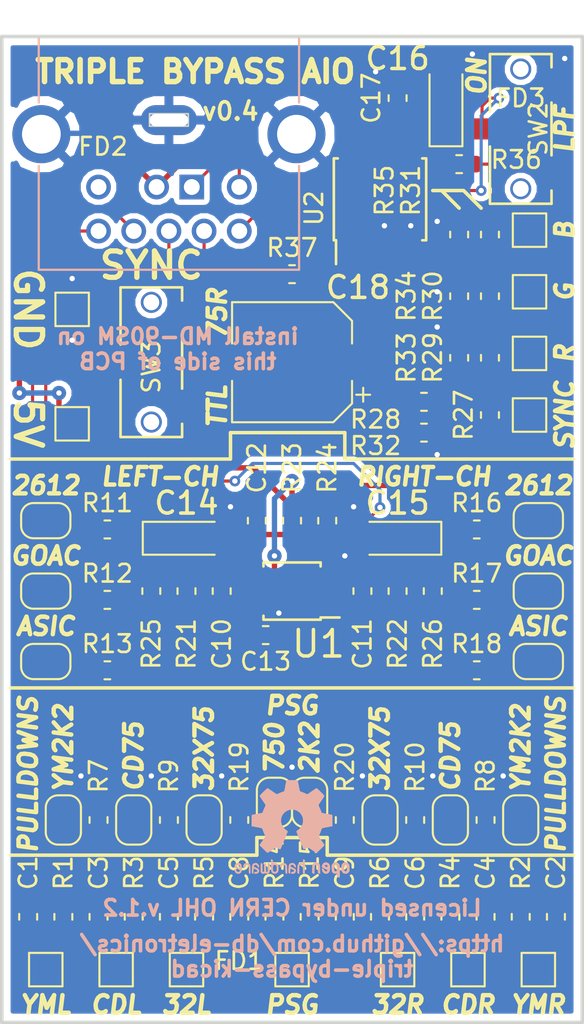
<source format=kicad_pcb>
(kicad_pcb (version 20171130) (host pcbnew "(5.0.1)-3")
  (title_block (title "Triple Bypass") (date 2018-08-07) (rev 0.3) (company "db Electronics") (comment 1 https://github.com/db-electronics/triple-bypass-kicad) (comment 2 "Licensed under CERN OHL v.1.2"))
  (layers (0 F.Cu signal) (31 B.Cu power) (34 B.Paste user hide) (35 F.Paste user hide) (36 B.SilkS user) (37 F.SilkS user) (38 B.Mask user) (39 F.Mask user hide) (44 Edge.Cuts user))
  (net 0 "")
  (net 1 /SYNC-75)
  (net 2 GND)
  (net 3 /SR)
  (net 4 /SL)
  (net 5 +5V)
  (net 6 /SYNC-OUT)
  (net 7 /R-Out)
  (net 8 /G-Out)
  (net 9 /B-Out)
  (net 10 "/Mega Amp/32X-RIGHT-IN")
  (net 11 "/Mega Amp/SCD-RIGHT-IN")
  (net 12 "/Mega Amp/32X-LEFT-IN")
  (net 13 "/Mega Amp/YM-LEFT-IN")
  (net 14 "/Video Amp/SYNC-IN")
  (net 15 "/Mega Amp/PSG-IN")
  (net 16 "/Video Amp/R-IN")
  (net 17 "/Video Amp/G-IN")
  (net 18 "/Video Amp/B-IN")
  (net 19 "/Mega Amp/SCD-LEFT-IN")
  (net 20 "Net-(R29-Pad1)")
  (net 21 "/Mega Amp/L-CH")
  (net 22 "Net-(C4-Pad2)")
  (net 23 "/Mega Amp/R-CH")
  (net 24 "Net-(C5-Pad2)")
  (net 25 "Net-(C6-Pad2)")
  (net 26 "Net-(R37-Pad2)")
  (net 27 "Net-(C18-Pad1)")
  (net 28 "Net-(R36-Pad2)")
  (net 29 "Net-(R31-Pad1)")
  (net 30 "Net-(R30-Pad1)")
  (net 31 "Net-(R28-Pad1)")
  (net 32 "/Mega Amp/2V5")
  (net 33 "Net-(C15-Pad1)")
  (net 34 "Net-(C11-Pad2)")
  (net 35 "Net-(C10-Pad2)")
  (net 36 "Net-(C14-Pad1)")
  (net 37 "Net-(C9-Pad2)")
  (net 38 "Net-(C8-Pad2)")
  (net 39 "Net-(U2-Pad7)")
  (net 40 "Net-(U2-Pad8)")
  (net 41 "Net-(SW2-Pad2)")
  (net 42 "/Mega Amp/YM-RIGHT-IN")
  (net 43 "Net-(C2-Pad1)")
  (net 44 "Net-(JP7-Pad2)")
  (net 45 "Net-(JP1-Pad2)")
  (net 46 "Net-(JP3-Pad2)")
  (net 47 "Net-(JP6-Pad2)")
  (net 48 "Net-(JP5-Pad2)")
  (net 49 "Net-(JP2-Pad2)")
  (net 50 "Net-(C3-Pad2)")
  (net 51 "Net-(C1-Pad1)")
  (net 52 "Net-(JP4-Pad2)")
  (net 53 "Net-(JP9-Pad1)")
  (net 54 "Net-(JP8-Pad1)")
  (net 55 "Net-(JP10-Pad1)")
  (net 56 "Net-(JP11-Pad1)")
  (net 57 "Net-(JP12-Pad1)")
  (net 58 "Net-(JP13-Pad1)")
  (net 59 "Net-(JP14-Pad2)")
  (net 60 "Net-(J1-Pad6)")
  (module CUI_MD-90SM (layer B.Cu) (at 134.595 66.352 180)
    (fp_text reference J1)
    (fp_text value MD-90SM hide)
    (fp_line (start -1.1 0.36) (end -1.1 -0.34) (layer Edge.Cuts) (width 0.1))
    (fp_line (start -1.1 -0.34) (end 1.1 -0.34) (layer Edge.Cuts) (width 0.1))
    (fp_line (start 1.1 -0.34) (end 1.1 0.36) (layer Edge.Cuts) (width 0.1))
    (fp_line (start 1.1 0.36) (end -1.1 0.36) (layer Edge.Cuts) (width 0.1))
    (pad S1 thru_hole oval (at 0 0 180) (size 3.2 1.7) (drill oval 2.2 0.7) (layers *.Cu *.Mask) (net 2 GND))
    (pad 3 thru_hole circle (at -4 -3.8 180) (size 1.408 1.408) (drill 0.9) (layers *.Cu *.Mask) (net 8 /G-Out))
    (pad 1 thru_hole rect (at -1.3 -3.8 180) (size 1.408 1.408) (drill 0.9) (layers *.Cu *.Mask) (net 9 /B-Out))
    (pad 2 thru_hole circle (at 0.7 -3.8 180) (size 1.408 1.408) (drill 0.9) (layers *.Cu *.Mask) (net 5 +5V))
    (pad 6 thru_hole circle (at 4 -3.8 180) (size 1.408 1.408) (drill 0.9) (layers *.Cu *.Mask) (net 60 "Net-(J1-Pad6)"))
    (pad 7 thru_hole circle (at -4 -6.3 180) (size 1.408 1.408) (drill 0.9) (layers *.Cu *.Mask) (net 7 /R-Out))
    (pad 9 thru_hole circle (at 4 -6.3 180) (size 1.408 1.408) (drill 0.9) (layers *.Cu *.Mask) (net 3 /SR))
    (pad 8 thru_hole circle (at 2 -6.3 180) (size 1.408 1.408) (drill 0.9) (layers *.Cu *.Mask) (net 4 /SL))
    (pad 4 thru_hole circle (at -2 -6.3 180) (size 1.408 1.408) (drill 0.9) (layers *.Cu *.Mask) (net 1 /SYNC-75))
    (pad 5 thru_hole circle (at 0 -6.3 180) (size 1.408 1.408) (drill 0.9) (layers *.Cu *.Mask) (net 6 /SYNC-OUT))
    (pad S2 thru_hole circle (at -7.25 -0.8 180) (size 3.3 3.3) (drill 2.2) (layers *.Cu *.Mask) (net 2 GND))
    (pad S3 thru_hole circle (at 7.25 -0.8 180) (size 3.3 3.3) (drill 2.2) (layers *.Cu *.Mask) (net 2 GND))
  )
  (module Package_SO:TSSOP-8_3x3mm_P0.65mm (layer F.Cu) (at 141.595 93.102 180)
    (fp_text reference U1 (at -1.5 -3 180) (layer F.SilkS) (effects (font (size 1.5 1.5) (thickness 0.2))))
    (fp_text value LMV358M8G-13)
    (pad 1 smd rect (at -2.15 -0.975 180) (size 1.1 0.4) (layers F.Cu F.Paste F.Mask) (net 34 "Net-(C11-Pad2)"))
    (pad 2 smd rect (at -2.15 -0.325 180) (size 1.1 0.4) (layers F.Cu F.Paste F.Mask) (net 23 "/Mega Amp/R-CH"))
    (pad 3 smd rect (at -2.15 0.325 180) (size 1.1 0.4) (layers F.Cu F.Paste F.Mask) (net 32 "/Mega Amp/2V5"))
    (pad 4 smd rect (at -2.15 0.975 180) (size 1.1 0.4) (layers F.Cu F.Paste F.Mask) (net 2 GND))
    (pad 5 smd rect (at 2.15 0.975 180) (size 1.1 0.4) (layers F.Cu F.Paste F.Mask) (net 32 "/Mega Amp/2V5"))
    (pad 6 smd rect (at 2.15 0.325 180) (size 1.1 0.4) (layers F.Cu F.Paste F.Mask) (net 21 "/Mega Amp/L-CH"))
    (pad 7 smd rect (at 2.15 -0.325 180) (size 1.1 0.4) (layers F.Cu F.Paste F.Mask) (net 35 "Net-(C10-Pad2)"))
    (pad 8 smd rect (at 2.15 -0.975 180) (size 1.1 0.4) (layers F.Cu F.Paste F.Mask) (net 5 +5V))
  )
  (module Jumper:SolderJumper-2_P1.3mm_Open_RoundedPad1.0x1.5mm (layer F.Cu) (at 140.595 105.102 270)
    (fp_text reference JP7 hide)
    (fp_text value SolderJumper_3_Open)
    (pad 2 smd custom (at 0.65 0 270) (size 1 0.5) (layers F.Cu F.Mask) (net 44 "Net-(JP7-Pad2)") (options (clearance outline) (anchor rect)) (primitives (gr_circle (center 0 0.25) (end 0.5 0.25) (width 0)) (gr_circle (center 0 -0.25) (end 0.5 -0.25) (width 0)) (gr_poly (pts (xy 0 -0.75) (xy -0.5 -0.75) (xy -0.5 0.75) (xy 0 0.75)) (width 0))))
    (pad 1 smd custom (at -0.65 0 270) (size 1 0.5) (layers F.Cu F.Mask) (net 2 GND) (options (clearance outline) (anchor rect)) (primitives (gr_circle (center 0 0.25) (end 0.5 0.25) (width 0)) (gr_circle (center 0 -0.25) (end 0.5 -0.25) (width 0)) (gr_poly (pts (xy 0 -0.75) (xy 0.5 -0.75) (xy 0.5 0.75) (xy 0 0.75)) (width 0))))
  )
  (module Jumper:SolderJumper-2_P1.3mm_Open_RoundedPad1.0x1.5mm (layer F.Cu) (at 142.595 105.102 270)
    (fp_text reference JP14 hide)
    (fp_text value SolderJumper_3_Open)
    (pad 1 smd custom (at -0.65 0 270) (size 1 0.5) (layers F.Cu F.Mask) (net 2 GND) (options (clearance outline) (anchor rect)) (primitives (gr_circle (center 0 0.25) (end 0.5 0.25) (width 0)) (gr_circle (center 0 -0.25) (end 0.5 -0.25) (width 0)) (gr_poly (pts (xy 0 -0.75) (xy 0.5 -0.75) (xy 0.5 0.75) (xy 0 0.75)) (width 0))))
    (pad 2 smd custom (at 0.65 0 270) (size 1 0.5) (layers F.Cu F.Mask) (net 59 "Net-(JP14-Pad2)") (options (clearance outline) (anchor rect)) (primitives (gr_circle (center 0 0.25) (end 0.5 0.25) (width 0)) (gr_circle (center 0 -0.25) (end 0.5 -0.25) (width 0)) (gr_poly (pts (xy 0 -0.75) (xy -0.5 -0.75) (xy -0.5 0.75) (xy 0 0.75)) (width 0))))
  )
  (module Jumper:SolderJumper-2_P1.3mm_Open_RoundedPad1.0x1.5mm (layer F.Cu) (at 150.595 106.102 270)
    (fp_text reference JP4 hide)
    (fp_text value SolderJumper_3_Open)
    (pad 1 smd custom (at -0.65 0 270) (size 1 0.5) (layers F.Cu F.Mask) (net 2 GND) (options (clearance outline) (anchor rect)) (primitives (gr_circle (center 0 0.25) (end 0.5 0.25) (width 0)) (gr_circle (center 0 -0.25) (end 0.5 -0.25) (width 0)) (gr_poly (pts (xy 0 -0.75) (xy 0.5 -0.75) (xy 0.5 0.75) (xy 0 0.75)) (width 0))))
    (pad 2 smd custom (at 0.65 0 270) (size 1 0.5) (layers F.Cu F.Mask) (net 52 "Net-(JP4-Pad2)") (options (clearance outline) (anchor rect)) (primitives (gr_circle (center 0 0.25) (end 0.5 0.25) (width 0)) (gr_circle (center 0 -0.25) (end 0.5 -0.25) (width 0)) (gr_poly (pts (xy 0 -0.75) (xy -0.5 -0.75) (xy -0.5 0.75) (xy 0 0.75)) (width 0))))
  )
  (module Capacitor_SMD:C_0603_1608Metric (layer F.Cu) (at 126.595 111.602 270)
    (fp_text reference C1 (at -2.5 0 270) (layer F.SilkS))
    (fp_text value 10uF/10V)
    (pad 2 smd roundrect (at 0.7875 0 270) (size 0.875 0.95) (layers F.Cu F.Paste F.Mask) (net 13 "/Mega Amp/YM-LEFT-IN"))
    (pad 1 smd roundrect (at -0.7875 0 270) (size 0.875 0.95) (layers F.Cu F.Paste F.Mask) (net 51 "Net-(C1-Pad1)"))
  )
  (module Jumper:SolderJumper-2_P1.3mm_Open_RoundedPad1.0x1.5mm (layer F.Cu) (at 127.595 89.102 180)
    (fp_text reference JP8 hide)
    (fp_text value SolderJumper_3_Open)
    (pad 2 smd custom (at 0.65 0 180) (size 1 0.5) (layers F.Cu F.Mask) (net 51 "Net-(C1-Pad1)") (options (clearance outline) (anchor rect)) (primitives (gr_circle (center 0 0.25) (end 0.5 0.25) (width 0)) (gr_circle (center 0 -0.25) (end 0.5 -0.25) (width 0)) (gr_poly (pts (xy 0 -0.75) (xy -0.5 -0.75) (xy -0.5 0.75) (xy 0 0.75)) (width 0))))
    (pad 1 smd custom (at -0.65 0 180) (size 1 0.5) (layers F.Cu F.Mask) (net 54 "Net-(JP8-Pad1)") (options (clearance outline) (anchor rect)) (primitives (gr_circle (center 0 0.25) (end 0.5 0.25) (width 0)) (gr_circle (center 0 -0.25) (end 0.5 -0.25) (width 0)) (gr_poly (pts (xy 0 -0.75) (xy 0.5 -0.75) (xy 0.5 0.75) (xy 0 0.75)) (width 0))))
  )
  (module Jumper:SolderJumper-2_P1.3mm_Open_RoundedPad1.0x1.5mm (layer F.Cu) (at 155.595 93.102)
    (fp_text reference JP12 hide)
    (fp_text value SolderJumper_3_Open)
    (pad 2 smd custom (at 0.65 0) (size 1 0.5) (layers F.Cu F.Mask) (net 43 "Net-(C2-Pad1)") (options (clearance outline) (anchor rect)) (primitives (gr_circle (center 0 0.25) (end 0.5 0.25) (width 0)) (gr_circle (center 0 -0.25) (end 0.5 -0.25) (width 0)) (gr_poly (pts (xy 0 -0.75) (xy -0.5 -0.75) (xy -0.5 0.75) (xy 0 0.75)) (width 0))))
    (pad 1 smd custom (at -0.65 0) (size 1 0.5) (layers F.Cu F.Mask) (net 57 "Net-(JP12-Pad1)") (options (clearance outline) (anchor rect)) (primitives (gr_circle (center 0 0.25) (end 0.5 0.25) (width 0)) (gr_circle (center 0 -0.25) (end 0.5 -0.25) (width 0)) (gr_poly (pts (xy 0 -0.75) (xy 0.5 -0.75) (xy 0.5 0.75) (xy 0 0.75)) (width 0))))
  )
  (module Jumper:SolderJumper-2_P1.3mm_Open_RoundedPad1.0x1.5mm (layer F.Cu) (at 155.595 89.102)
    (fp_text reference JP11 hide)
    (fp_text value SolderJumper_3_Open)
    (pad 1 smd custom (at -0.65 0) (size 1 0.5) (layers F.Cu F.Mask) (net 56 "Net-(JP11-Pad1)") (options (clearance outline) (anchor rect)) (primitives (gr_circle (center 0 0.25) (end 0.5 0.25) (width 0)) (gr_circle (center 0 -0.25) (end 0.5 -0.25) (width 0)) (gr_poly (pts (xy 0 -0.75) (xy 0.5 -0.75) (xy 0.5 0.75) (xy 0 0.75)) (width 0))))
    (pad 2 smd custom (at 0.65 0) (size 1 0.5) (layers F.Cu F.Mask) (net 43 "Net-(C2-Pad1)") (options (clearance outline) (anchor rect)) (primitives (gr_circle (center 0 0.25) (end 0.5 0.25) (width 0)) (gr_circle (center 0 -0.25) (end 0.5 -0.25) (width 0)) (gr_poly (pts (xy 0 -0.75) (xy -0.5 -0.75) (xy -0.5 0.75) (xy 0 0.75)) (width 0))))
  )
  (module Jumper:SolderJumper-2_P1.3mm_Open_RoundedPad1.0x1.5mm (layer F.Cu) (at 127.595 97.102 180)
    (fp_text reference JP10 hide)
    (fp_text value SolderJumper_3_Open)
    (pad 2 smd custom (at 0.65 0 180) (size 1 0.5) (layers F.Cu F.Mask) (net 51 "Net-(C1-Pad1)") (options (clearance outline) (anchor rect)) (primitives (gr_circle (center 0 0.25) (end 0.5 0.25) (width 0)) (gr_circle (center 0 -0.25) (end 0.5 -0.25) (width 0)) (gr_poly (pts (xy 0 -0.75) (xy -0.5 -0.75) (xy -0.5 0.75) (xy 0 0.75)) (width 0))))
    (pad 1 smd custom (at -0.65 0 180) (size 1 0.5) (layers F.Cu F.Mask) (net 55 "Net-(JP10-Pad1)") (options (clearance outline) (anchor rect)) (primitives (gr_circle (center 0 0.25) (end 0.5 0.25) (width 0)) (gr_circle (center 0 -0.25) (end 0.5 -0.25) (width 0)) (gr_poly (pts (xy 0 -0.75) (xy 0.5 -0.75) (xy 0.5 0.75) (xy 0 0.75)) (width 0))))
  )
  (module Jumper:SolderJumper-2_P1.3mm_Open_RoundedPad1.0x1.5mm (layer F.Cu) (at 127.595 93.102 180)
    (fp_text reference JP9 hide)
    (fp_text value SolderJumper_3_Open)
    (pad 1 smd custom (at -0.65 0 180) (size 1 0.5) (layers F.Cu F.Mask) (net 53 "Net-(JP9-Pad1)") (options (clearance outline) (anchor rect)) (primitives (gr_circle (center 0 0.25) (end 0.5 0.25) (width 0)) (gr_circle (center 0 -0.25) (end 0.5 -0.25) (width 0)) (gr_poly (pts (xy 0 -0.75) (xy 0.5 -0.75) (xy 0.5 0.75) (xy 0 0.75)) (width 0))))
    (pad 2 smd custom (at 0.65 0 180) (size 1 0.5) (layers F.Cu F.Mask) (net 51 "Net-(C1-Pad1)") (options (clearance outline) (anchor rect)) (primitives (gr_circle (center 0 0.25) (end 0.5 0.25) (width 0)) (gr_circle (center 0 -0.25) (end 0.5 -0.25) (width 0)) (gr_poly (pts (xy 0 -0.75) (xy -0.5 -0.75) (xy -0.5 0.75) (xy 0 0.75)) (width 0))))
  )
  (module Jumper:SolderJumper-2_P1.3mm_Open_RoundedPad1.0x1.5mm (layer F.Cu) (at 132.595 106.102 270)
    (fp_text reference JP3 hide)
    (fp_text value SolderJumper_3_Open)
    (pad 2 smd custom (at 0.65 0 270) (size 1 0.5) (layers F.Cu F.Mask) (net 46 "Net-(JP3-Pad2)") (options (clearance outline) (anchor rect)) (primitives (gr_circle (center 0 0.25) (end 0.5 0.25) (width 0)) (gr_circle (center 0 -0.25) (end 0.5 -0.25) (width 0)) (gr_poly (pts (xy 0 -0.75) (xy -0.5 -0.75) (xy -0.5 0.75) (xy 0 0.75)) (width 0))))
    (pad 1 smd custom (at -0.65 0 270) (size 1 0.5) (layers F.Cu F.Mask) (net 2 GND) (options (clearance outline) (anchor rect)) (primitives (gr_circle (center 0 0.25) (end 0.5 0.25) (width 0)) (gr_circle (center 0 -0.25) (end 0.5 -0.25) (width 0)) (gr_poly (pts (xy 0 -0.75) (xy 0.5 -0.75) (xy 0.5 0.75) (xy 0 0.75)) (width 0))))
  )
  (module Jumper:SolderJumper-2_P1.3mm_Open_RoundedPad1.0x1.5mm (layer F.Cu) (at 154.595 106.102 270)
    (fp_text reference JP2 hide)
    (fp_text value SolderJumper_3_Open)
    (pad 1 smd custom (at -0.65 0 270) (size 1 0.5) (layers F.Cu F.Mask) (net 2 GND) (options (clearance outline) (anchor rect)) (primitives (gr_circle (center 0 0.25) (end 0.5 0.25) (width 0)) (gr_circle (center 0 -0.25) (end 0.5 -0.25) (width 0)) (gr_poly (pts (xy 0 -0.75) (xy 0.5 -0.75) (xy 0.5 0.75) (xy 0 0.75)) (width 0))))
    (pad 2 smd custom (at 0.65 0 270) (size 1 0.5) (layers F.Cu F.Mask) (net 49 "Net-(JP2-Pad2)") (options (clearance outline) (anchor rect)) (primitives (gr_circle (center 0 0.25) (end 0.5 0.25) (width 0)) (gr_circle (center 0 -0.25) (end 0.5 -0.25) (width 0)) (gr_poly (pts (xy 0 -0.75) (xy -0.5 -0.75) (xy -0.5 0.75) (xy 0 0.75)) (width 0))))
  )
  (module Jumper:SolderJumper-2_P1.3mm_Open_RoundedPad1.0x1.5mm (layer F.Cu) (at 128.595 106.102 270)
    (fp_text reference JP1 hide)
    (fp_text value SolderJumper_3_Open)
    (pad 2 smd custom (at 0.65 0 270) (size 1 0.5) (layers F.Cu F.Mask) (net 45 "Net-(JP1-Pad2)") (options (clearance outline) (anchor rect)) (primitives (gr_circle (center 0 0.25) (end 0.5 0.25) (width 0)) (gr_circle (center 0 -0.25) (end 0.5 -0.25) (width 0)) (gr_poly (pts (xy 0 -0.75) (xy -0.5 -0.75) (xy -0.5 0.75) (xy 0 0.75)) (width 0))))
    (pad 1 smd custom (at -0.65 0 270) (size 1 0.5) (layers F.Cu F.Mask) (net 2 GND) (options (clearance outline) (anchor rect)) (primitives (gr_circle (center 0 0.25) (end 0.5 0.25) (width 0)) (gr_circle (center 0 -0.25) (end 0.5 -0.25) (width 0)) (gr_poly (pts (xy 0 -0.75) (xy 0.5 -0.75) (xy 0.5 0.75) (xy 0 0.75)) (width 0))))
  )
  (module Jumper:SolderJumper-2_P1.3mm_Open_RoundedPad1.0x1.5mm (layer F.Cu) (at 155.595 97.102)
    (fp_text reference JP13 hide)
    (fp_text value SolderJumper_3_Open)
    (pad 1 smd custom (at -0.65 0) (size 1 0.5) (layers F.Cu F.Mask) (net 58 "Net-(JP13-Pad1)") (options (clearance outline) (anchor rect)) (primitives (gr_circle (center 0 0.25) (end 0.5 0.25) (width 0)) (gr_circle (center 0 -0.25) (end 0.5 -0.25) (width 0)) (gr_poly (pts (xy 0 -0.75) (xy 0.5 -0.75) (xy 0.5 0.75) (xy 0 0.75)) (width 0))))
    (pad 2 smd custom (at 0.65 0) (size 1 0.5) (layers F.Cu F.Mask) (net 43 "Net-(C2-Pad1)") (options (clearance outline) (anchor rect)) (primitives (gr_circle (center 0 0.25) (end 0.5 0.25) (width 0)) (gr_circle (center 0 -0.25) (end 0.5 -0.25) (width 0)) (gr_poly (pts (xy 0 -0.75) (xy -0.5 -0.75) (xy -0.5 0.75) (xy 0 0.75)) (width 0))))
  )
  (module Jumper:SolderJumper-2_P1.3mm_Open_RoundedPad1.0x1.5mm (layer F.Cu) (at 146.595 106.102 270)
    (fp_text reference JP6 hide)
    (fp_text value SolderJumper_3_Open)
    (pad 2 smd custom (at 0.65 0 270) (size 1 0.5) (layers F.Cu F.Mask) (net 47 "Net-(JP6-Pad2)") (options (clearance outline) (anchor rect)) (primitives (gr_circle (center 0 0.25) (end 0.5 0.25) (width 0)) (gr_circle (center 0 -0.25) (end 0.5 -0.25) (width 0)) (gr_poly (pts (xy 0 -0.75) (xy -0.5 -0.75) (xy -0.5 0.75) (xy 0 0.75)) (width 0))))
    (pad 1 smd custom (at -0.65 0 270) (size 1 0.5) (layers F.Cu F.Mask) (net 2 GND) (options (clearance outline) (anchor rect)) (primitives (gr_circle (center 0 0.25) (end 0.5 0.25) (width 0)) (gr_circle (center 0 -0.25) (end 0.5 -0.25) (width 0)) (gr_poly (pts (xy 0 -0.75) (xy 0.5 -0.75) (xy 0.5 0.75) (xy 0 0.75)) (width 0))))
  )
  (module Jumper:SolderJumper-2_P1.3mm_Open_RoundedPad1.0x1.5mm (layer F.Cu) (at 136.595 106.102 270)
    (fp_text reference JP5 hide)
    (fp_text value SolderJumper_3_Open)
    (pad 1 smd custom (at -0.65 0 270) (size 1 0.5) (layers F.Cu F.Mask) (net 2 GND) (options (clearance outline) (anchor rect)) (primitives (gr_circle (center 0 0.25) (end 0.5 0.25) (width 0)) (gr_circle (center 0 -0.25) (end 0.5 -0.25) (width 0)) (gr_poly (pts (xy 0 -0.75) (xy 0.5 -0.75) (xy 0.5 0.75) (xy 0 0.75)) (width 0))))
    (pad 2 smd custom (at 0.65 0 270) (size 1 0.5) (layers F.Cu F.Mask) (net 48 "Net-(JP5-Pad2)") (options (clearance outline) (anchor rect)) (primitives (gr_circle (center 0 0.25) (end 0.5 0.25) (width 0)) (gr_circle (center 0 -0.25) (end 0.5 -0.25) (width 0)) (gr_poly (pts (xy 0 -0.75) (xy -0.5 -0.75) (xy -0.5 0.75) (xy 0 0.75)) (width 0))))
  )
  (module Resistor_SMD:R_0603_1608Metric (layer F.Cu) (at 138.595 106.102 90)
    (fp_text reference R19 (at 3 0 90) (layer F.SilkS))
    (fp_text value 120K)
    (pad 2 smd roundrect (at 0.7875 0 90) (size 0.875 0.95) (layers F.Cu F.Paste F.Mask) (net 21 "/Mega Amp/L-CH"))
    (pad 1 smd roundrect (at -0.7875 0 90) (size 0.875 0.95) (layers F.Cu F.Paste F.Mask) (net 38 "Net-(C8-Pad2)"))
  )
  (module Capacitor_SMD:C_0603_1608Metric (layer F.Cu) (at 134.595 111.602 90)
    (fp_text reference C5 (at 2.5 0 90) (layer F.SilkS))
    (fp_text value 1uF/16V)
    (pad 2 smd roundrect (at 0.7875 0 90) (size 0.875 0.95) (layers F.Cu F.Paste F.Mask) (net 24 "Net-(C5-Pad2)"))
    (pad 1 smd roundrect (at -0.7875 0 90) (size 0.875 0.95) (layers F.Cu F.Paste F.Mask) (net 12 "/Mega Amp/32X-LEFT-IN"))
  )
  (module Capacitor_SMD:C_0603_1608Metric (layer F.Cu) (at 147.595 65.102 90)
    (fp_text reference C17 (at 0 -1.5 90) (layer F.SilkS))
    (fp_text value 0.1uF/50V)
    (pad 1 smd roundrect (at -0.7875 0 90) (size 0.875 0.95) (layers F.Cu F.Paste F.Mask) (net 5 +5V))
    (pad 2 smd roundrect (at 0.7875 0 90) (size 0.875 0.95) (layers F.Cu F.Paste F.Mask) (net 2 GND))
  )
  (module Capacitor_SMD:C_0603_1608Metric (layer F.Cu) (at 140.095 95.602)
    (fp_text reference C13 (at 0 1.5) (layer F.SilkS))
    (fp_text value 0.1uF/50V)
    (pad 2 smd roundrect (at 0.7875 0) (size 0.875 0.95) (layers F.Cu F.Paste F.Mask) (net 2 GND))
    (pad 1 smd roundrect (at -0.7875 0) (size 0.875 0.95) (layers F.Cu F.Paste F.Mask) (net 5 +5V))
  )
  (module Capacitor_SMD:C_0603_1608Metric (layer F.Cu) (at 139.595 89.102 270)
    (fp_text reference C12 (at -3 0 270) (layer F.SilkS))
    (fp_text value 10uF/10V)
    (pad 1 smd roundrect (at -0.7875 0 270) (size 0.875 0.95) (layers F.Cu F.Paste F.Mask) (net 2 GND))
    (pad 2 smd roundrect (at 0.7875 0 270) (size 0.875 0.95) (layers F.Cu F.Paste F.Mask) (net 32 "/Mega Amp/2V5"))
  )
  (module Capacitor_SMD:C_0603_1608Metric (layer F.Cu) (at 137.595 93.102 270)
    (fp_text reference C10 (at 3 0 270) (layer F.SilkS))
    (fp_text value 180pF/50V)
    (pad 2 smd roundrect (at 0.7875 0 270) (size 0.875 0.95) (layers F.Cu F.Paste F.Mask) (net 35 "Net-(C10-Pad2)"))
    (pad 1 smd roundrect (at -0.7875 0 270) (size 0.875 0.95) (layers F.Cu F.Paste F.Mask) (net 21 "/Mega Amp/L-CH"))
  )
  (module Capacitor_SMD:C_0603_1608Metric (layer F.Cu) (at 144.595 111.602 90)
    (fp_text reference C9 (at 2.5 0 90) (layer F.SilkS))
    (fp_text value 1uF/16V)
    (pad 1 smd roundrect (at -0.7875 0 90) (size 0.875 0.95) (layers F.Cu F.Paste F.Mask) (net 15 "/Mega Amp/PSG-IN"))
    (pad 2 smd roundrect (at 0.7875 0 90) (size 0.875 0.95) (layers F.Cu F.Paste F.Mask) (net 37 "Net-(C9-Pad2)"))
  )
  (module Capacitor_SMD:C_0603_1608Metric (layer F.Cu) (at 138.595 111.602 90)
    (fp_text reference C8 (at 2.5 0 90) (layer F.SilkS))
    (fp_text value 1uF/16V)
    (pad 2 smd roundrect (at 0.7875 0 90) (size 0.875 0.95) (layers F.Cu F.Paste F.Mask) (net 38 "Net-(C8-Pad2)"))
    (pad 1 smd roundrect (at -0.7875 0 90) (size 0.875 0.95) (layers F.Cu F.Paste F.Mask) (net 15 "/Mega Amp/PSG-IN"))
  )
  (module Capacitor_SMD:C_0603_1608Metric (layer F.Cu) (at 148.595 111.602 90)
    (fp_text reference C6 (at 2.5 0 90) (layer F.SilkS))
    (fp_text value 1uF/16V)
    (pad 2 smd roundrect (at 0.7875 0 90) (size 0.875 0.95) (layers F.Cu F.Paste F.Mask) (net 25 "Net-(C6-Pad2)"))
    (pad 1 smd roundrect (at -0.7875 0 90) (size 0.875 0.95) (layers F.Cu F.Paste F.Mask) (net 10 "/Mega Amp/32X-RIGHT-IN"))
  )
  (module Capacitor_SMD:C_0603_1608Metric (layer F.Cu) (at 152.595 111.602 90)
    (fp_text reference C4 (at 2.5 0 90) (layer F.SilkS))
    (fp_text value 1uF/16V)
    (pad 1 smd roundrect (at -0.7875 0 90) (size 0.875 0.95) (layers F.Cu F.Paste F.Mask) (net 11 "/Mega Amp/SCD-RIGHT-IN"))
    (pad 2 smd roundrect (at 0.7875 0 90) (size 0.875 0.95) (layers F.Cu F.Paste F.Mask) (net 22 "Net-(C4-Pad2)"))
  )
  (module Capacitor_SMD:C_0603_1608Metric (layer F.Cu) (at 130.595 111.602 90)
    (fp_text reference C3 (at 2.5 0 90) (layer F.SilkS))
    (fp_text value 1uF/16V)
    (pad 2 smd roundrect (at 0.7875 0 90) (size 0.875 0.95) (layers F.Cu F.Paste F.Mask) (net 50 "Net-(C3-Pad2)"))
    (pad 1 smd roundrect (at -0.7875 0 90) (size 0.875 0.95) (layers F.Cu F.Paste F.Mask) (net 19 "/Mega Amp/SCD-LEFT-IN"))
  )
  (module Capacitor_SMD:C_0603_1608Metric (layer F.Cu) (at 156.595 111.602 270)
    (fp_text reference C2 (at -2.5 0 270) (layer F.SilkS))
    (fp_text value 10uF/10V)
    (pad 1 smd roundrect (at -0.7875 0 270) (size 0.875 0.95) (layers F.Cu F.Paste F.Mask) (net 43 "Net-(C2-Pad1)"))
    (pad 2 smd roundrect (at 0.7875 0 270) (size 0.875 0.95) (layers F.Cu F.Paste F.Mask) (net 42 "/Mega Amp/YM-RIGHT-IN"))
  )
  (module Capacitor_SMD:C_0603_1608Metric (layer F.Cu) (at 145.595 93.102 270)
    (fp_text reference C11 (at 3 0 270) (layer F.SilkS))
    (fp_text value 180pF/50V)
    (pad 1 smd roundrect (at -0.7875 0 270) (size 0.875 0.95) (layers F.Cu F.Paste F.Mask) (net 23 "/Mega Amp/R-CH"))
    (pad 2 smd roundrect (at 0.7875 0 270) (size 0.875 0.95) (layers F.Cu F.Paste F.Mask) (net 34 "Net-(C11-Pad2)"))
  )
  (module Resistor_SMD:R_0603_1608Metric (layer F.Cu) (at 152.095 89.602 180)
    (fp_text reference R16 (at 0 1.5 180) (layer F.SilkS))
    (fp_text value 6K19)
    (pad 1 smd roundrect (at -0.7875 0 180) (size 0.875 0.95) (layers F.Cu F.Paste F.Mask) (net 56 "Net-(JP11-Pad1)"))
    (pad 2 smd roundrect (at 0.7875 0 180) (size 0.875 0.95) (layers F.Cu F.Paste F.Mask) (net 23 "/Mega Amp/R-CH"))
  )
  (module Resistor_SMD:R_0603_1608Metric (layer F.Cu) (at 152.095 93.602 180)
    (fp_text reference R17 (at 0 1.5 180) (layer F.SilkS))
    (fp_text value 43K)
    (pad 2 smd roundrect (at 0.7875 0 180) (size 0.875 0.95) (layers F.Cu F.Paste F.Mask) (net 23 "/Mega Amp/R-CH"))
    (pad 1 smd roundrect (at -0.7875 0 180) (size 0.875 0.95) (layers F.Cu F.Paste F.Mask) (net 57 "Net-(JP12-Pad1)"))
  )
  (module Resistor_SMD:R_0603_1608Metric (layer F.Cu) (at 152.095 97.602 180)
    (fp_text reference R18 (at 0 1.5 180) (layer F.SilkS))
    (fp_text value 56K)
    (pad 1 smd roundrect (at -0.7875 0 180) (size 0.875 0.95) (layers F.Cu F.Paste F.Mask) (net 58 "Net-(JP13-Pad1)"))
    (pad 2 smd roundrect (at 0.7875 0 180) (size 0.875 0.95) (layers F.Cu F.Paste F.Mask) (net 23 "/Mega Amp/R-CH"))
  )
  (module Resistor_SMD:R_0603_1608Metric (layer F.Cu) (at 144.595 106.102 90)
    (fp_text reference R20 (at 3 0 90) (layer F.SilkS))
    (fp_text value 120K)
    (pad 1 smd roundrect (at -0.7875 0 90) (size 0.875 0.95) (layers F.Cu F.Paste F.Mask) (net 37 "Net-(C9-Pad2)"))
    (pad 2 smd roundrect (at 0.7875 0 90) (size 0.875 0.95) (layers F.Cu F.Paste F.Mask) (net 23 "/Mega Amp/R-CH"))
  )
  (module Resistor_SMD:R_0603_1608Metric (layer F.Cu) (at 135.595 93.102 270)
    (fp_text reference R21 (at 3 0 270) (layer F.SilkS))
    (fp_text value 240K)
    (pad 2 smd roundrect (at 0.7875 0 270) (size 0.875 0.95) (layers F.Cu F.Paste F.Mask) (net 35 "Net-(C10-Pad2)"))
    (pad 1 smd roundrect (at -0.7875 0 270) (size 0.875 0.95) (layers F.Cu F.Paste F.Mask) (net 21 "/Mega Amp/L-CH"))
  )
  (module Resistor_SMD:R_0603_1608Metric (layer F.Cu) (at 147.595 93.102 270)
    (fp_text reference R22 (at 3 0 270) (layer F.SilkS))
    (fp_text value 240K)
    (pad 1 smd roundrect (at -0.7875 0 270) (size 0.875 0.95) (layers F.Cu F.Paste F.Mask) (net 23 "/Mega Amp/R-CH"))
    (pad 2 smd roundrect (at 0.7875 0 270) (size 0.875 0.95) (layers F.Cu F.Paste F.Mask) (net 34 "Net-(C11-Pad2)"))
  )
  (module Resistor_SMD:R_0603_1608Metric (layer F.Cu) (at 143.595 89.102 90)
    (fp_text reference R24 (at 3 0 90) (layer F.SilkS))
    (fp_text value 10K)
    (pad 2 smd roundrect (at 0.7875 0 90) (size 0.875 0.95) (layers F.Cu F.Paste F.Mask) (net 2 GND))
    (pad 1 smd roundrect (at -0.7875 0 90) (size 0.875 0.95) (layers F.Cu F.Paste F.Mask) (net 32 "/Mega Amp/2V5"))
  )
  (module Resistor_SMD:R_0603_1608Metric (layer F.Cu) (at 133.595 93.102 90)
    (fp_text reference R25 (at -3 0 90) (layer F.SilkS))
    (fp_text value 332R)
    (pad 1 smd roundrect (at -0.7875 0 90) (size 0.875 0.95) (layers F.Cu F.Paste F.Mask) (net 35 "Net-(C10-Pad2)"))
    (pad 2 smd roundrect (at 0.7875 0 90) (size 0.875 0.95) (layers F.Cu F.Paste F.Mask) (net 36 "Net-(C14-Pad1)"))
  )
  (module Resistor_SMD:R_0603_1608Metric (layer F.Cu) (at 149.595 93.102 90)
    (fp_text reference R26 (at -3 0 90) (layer F.SilkS))
    (fp_text value 332R)
    (pad 2 smd roundrect (at 0.7875 0 90) (size 0.875 0.95) (layers F.Cu F.Paste F.Mask) (net 33 "Net-(C15-Pad1)"))
    (pad 1 smd roundrect (at -0.7875 0 90) (size 0.875 0.95) (layers F.Cu F.Paste F.Mask) (net 34 "Net-(C11-Pad2)"))
  )
  (module Resistor_SMD:R_0603_1608Metric (layer F.Cu) (at 152.845 83.102 270)
    (fp_text reference R27 (at 0 1.5 270) (layer F.SilkS))
    (fp_text value 2K2)
    (pad 1 smd roundrect (at -0.7875 0 270) (size 0.875 0.95) (layers F.Cu F.Paste F.Mask) (net 14 "/Video Amp/SYNC-IN"))
    (pad 2 smd roundrect (at 0.7875 0 270) (size 0.875 0.95) (layers F.Cu F.Paste F.Mask) (net 5 +5V))
  )
  (module Resistor_SMD:R_0603_1608Metric (layer F.Cu) (at 149.095 82.352)
    (fp_text reference R28 (at -2.75 1) (layer F.SilkS))
    (fp_text value 5K62)
    (pad 2 smd roundrect (at 0.7875 0) (size 0.875 0.95) (layers F.Cu F.Paste F.Mask) (net 14 "/Video Amp/SYNC-IN"))
    (pad 1 smd roundrect (at -0.7875 0) (size 0.875 0.95) (layers F.Cu F.Paste F.Mask) (net 31 "Net-(R28-Pad1)"))
  )
  (module Resistor_SMD:R_0603_1608Metric (layer F.Cu) (at 152.845 79.852 90)
    (fp_text reference R29 (at 0 -3.25 90) (layer F.SilkS))
    (fp_text value 5K62)
    (pad 1 smd roundrect (at -0.7875 0 90) (size 0.875 0.95) (layers F.Cu F.Paste F.Mask) (net 20 "Net-(R29-Pad1)"))
    (pad 2 smd roundrect (at 0.7875 0 90) (size 0.875 0.95) (layers F.Cu F.Paste F.Mask) (net 16 "/Video Amp/R-IN"))
  )
  (module Resistor_SMD:R_0603_1608Metric (layer F.Cu) (at 152.845 76.352 90)
    (fp_text reference R30 (at 0 -3.25 90) (layer F.SilkS))
    (fp_text value 5K62)
    (pad 2 smd roundrect (at 0.7875 0 90) (size 0.875 0.95) (layers F.Cu F.Paste F.Mask) (net 17 "/Video Amp/G-IN"))
    (pad 1 smd roundrect (at -0.7875 0 90) (size 0.875 0.95) (layers F.Cu F.Paste F.Mask) (net 30 "Net-(R30-Pad1)"))
  )
  (module Resistor_SMD:R_0603_1608Metric (layer F.Cu) (at 152.845 72.852 90)
    (fp_text reference R31 (at 2.5 -4.5 90) (layer F.SilkS))
    (fp_text value 5K62)
    (pad 1 smd roundrect (at -0.7875 0 90) (size 0.875 0.95) (layers F.Cu F.Paste F.Mask) (net 29 "Net-(R31-Pad1)"))
    (pad 2 smd roundrect (at 0.7875 0 90) (size 0.875 0.95) (layers F.Cu F.Paste F.Mask) (net 18 "/Video Amp/B-IN"))
  )
  (module Resistor_SMD:R_0603_1608Metric (layer F.Cu) (at 141.595 89.102 270)
    (fp_text reference R23 (at -3 0 270) (layer F.SilkS))
    (fp_text value 10K)
    (pad 2 smd roundrect (at 0.7875 0 270) (size 0.875 0.95) (layers F.Cu F.Paste F.Mask) (net 32 "/Mega Amp/2V5"))
    (pad 1 smd roundrect (at -0.7875 0 270) (size 0.875 0.95) (layers F.Cu F.Paste F.Mask) (net 5 +5V))
  )
  (module Resistor_SMD:R_0603_1608Metric (layer F.Cu) (at 149.095 84.102 180)
    (fp_text reference R32 (at 2.75 -0.75 180) (layer F.SilkS))
    (fp_text value 1K)
    (pad 1 smd roundrect (at -0.7875 0 180) (size 0.875 0.95) (layers F.Cu F.Paste F.Mask) (net 2 GND))
    (pad 2 smd roundrect (at 0.7875 0 180) (size 0.875 0.95) (layers F.Cu F.Paste F.Mask) (net 31 "Net-(R28-Pad1)"))
  )
  (module Resistor_SMD:R_0603_1608Metric (layer F.Cu) (at 151.095 76.352 270)
    (fp_text reference R34 (at 0 3 270) (layer F.SilkS))
    (fp_text value 1K)
    (pad 2 smd roundrect (at 0.7875 0 270) (size 0.875 0.95) (layers F.Cu F.Paste F.Mask) (net 30 "Net-(R30-Pad1)"))
    (pad 1 smd roundrect (at -0.7875 0 270) (size 0.875 0.95) (layers F.Cu F.Paste F.Mask) (net 2 GND))
  )
  (module Resistor_SMD:R_0603_1608Metric (layer F.Cu) (at 142.595 111.602 90)
    (fp_text reference R15 (at 3 0 90) (layer F.SilkS))
    (fp_text value 2K2)
    (pad 1 smd roundrect (at -0.7875 0 90) (size 0.875 0.95) (layers F.Cu F.Paste F.Mask) (net 15 "/Mega Amp/PSG-IN"))
    (pad 2 smd roundrect (at 0.7875 0 90) (size 0.875 0.95) (layers F.Cu F.Paste F.Mask) (net 59 "Net-(JP14-Pad2)"))
  )
  (module Resistor_SMD:R_0603_1608Metric (layer F.Cu) (at 151.095 72.852 270)
    (fp_text reference R35 (at -2.5 4.25 270) (layer F.SilkS))
    (fp_text value 1K)
    (pad 2 smd roundrect (at 0.7875 0 270) (size 0.875 0.95) (layers F.Cu F.Paste F.Mask) (net 29 "Net-(R31-Pad1)"))
    (pad 1 smd roundrect (at -0.7875 0 270) (size 0.875 0.95) (layers F.Cu F.Paste F.Mask) (net 2 GND))
  )
  (module Resistor_SMD:R_0603_1608Metric (layer F.Cu) (at 151.095 68.852)
    (fp_text reference R36 (at 3.25 -0.25) (layer F.SilkS))
    (fp_text value 100K)
    (pad 1 smd roundrect (at -0.7875 0) (size 0.875 0.95) (layers F.Cu F.Paste F.Mask) (net 5 +5V))
    (pad 2 smd roundrect (at 0.7875 0) (size 0.875 0.95) (layers F.Cu F.Paste F.Mask) (net 28 "Net-(R36-Pad2)"))
  )
  (module Resistor_SMD:R_0603_1608Metric (layer F.Cu) (at 141.595 75.102 180)
    (fp_text reference R37 (at 0 1.5 180) (layer F.SilkS))
    (fp_text value 75R)
    (pad 2 smd roundrect (at 0.7875 0 180) (size 0.875 0.95) (layers F.Cu F.Paste F.Mask) (net 26 "Net-(R37-Pad2)"))
    (pad 1 smd roundrect (at -0.7875 0 180) (size 0.875 0.95) (layers F.Cu F.Paste F.Mask) (net 27 "Net-(C18-Pad1)"))
  )
  (module Resistor_SMD:R_0603_1608Metric (layer F.Cu) (at 140.595 111.602 90)
    (fp_text reference R14 (at 3 0 90) (layer F.SilkS))
    (fp_text value 750R)
    (pad 1 smd roundrect (at -0.7875 0 90) (size 0.875 0.95) (layers F.Cu F.Paste F.Mask) (net 15 "/Mega Amp/PSG-IN"))
    (pad 2 smd roundrect (at 0.7875 0 90) (size 0.875 0.95) (layers F.Cu F.Paste F.Mask) (net 44 "Net-(JP7-Pad2)"))
  )
  (module Resistor_SMD:R_0603_1608Metric (layer F.Cu) (at 148.595 106.102 90)
    (fp_text reference R10 (at 3 0 90) (layer F.SilkS))
    (fp_text value 130K)
    (pad 2 smd roundrect (at 0.7875 0 90) (size 0.875 0.95) (layers F.Cu F.Paste F.Mask) (net 23 "/Mega Amp/R-CH"))
    (pad 1 smd roundrect (at -0.7875 0 90) (size 0.875 0.95) (layers F.Cu F.Paste F.Mask) (net 25 "Net-(C6-Pad2)"))
  )
  (module Resistor_SMD:R_0603_1608Metric (layer F.Cu) (at 134.595 106.102 90)
    (fp_text reference R9 (at 2.5 0 90) (layer F.SilkS))
    (fp_text value 130K)
    (pad 1 smd roundrect (at -0.7875 0 90) (size 0.875 0.95) (layers F.Cu F.Paste F.Mask) (net 24 "Net-(C5-Pad2)"))
    (pad 2 smd roundrect (at 0.7875 0 90) (size 0.875 0.95) (layers F.Cu F.Paste F.Mask) (net 21 "/Mega Amp/L-CH"))
  )
  (module Resistor_SMD:R_0603_1608Metric (layer F.Cu) (at 152.595 106.102 90)
    (fp_text reference R8 (at 2.5 0 90) (layer F.SilkS))
    (fp_text value 130K)
    (pad 2 smd roundrect (at 0.7875 0 90) (size 0.875 0.95) (layers F.Cu F.Paste F.Mask) (net 23 "/Mega Amp/R-CH"))
    (pad 1 smd roundrect (at -0.7875 0 90) (size 0.875 0.95) (layers F.Cu F.Paste F.Mask) (net 22 "Net-(C4-Pad2)"))
  )
  (module Resistor_SMD:R_0603_1608Metric (layer F.Cu) (at 130.595 106.102 90)
    (fp_text reference R7 (at 2.5 0 90) (layer F.SilkS))
    (fp_text value 130K)
    (pad 1 smd roundrect (at -0.7875 0 90) (size 0.875 0.95) (layers F.Cu F.Paste F.Mask) (net 50 "Net-(C3-Pad2)"))
    (pad 2 smd roundrect (at 0.7875 0 90) (size 0.875 0.95) (layers F.Cu F.Paste F.Mask) (net 21 "/Mega Amp/L-CH"))
  )
  (module Resistor_SMD:R_0603_1608Metric (layer F.Cu) (at 136.595 111.602 90)
    (fp_text reference R5 (at 2.5 0 90) (layer F.SilkS))
    (fp_text value 75R)
    (pad 2 smd roundrect (at 0.7875 0 90) (size 0.875 0.95) (layers F.Cu F.Paste F.Mask) (net 48 "Net-(JP5-Pad2)"))
    (pad 1 smd roundrect (at -0.7875 0 90) (size 0.875 0.95) (layers F.Cu F.Paste F.Mask) (net 12 "/Mega Amp/32X-LEFT-IN"))
  )
  (module Resistor_SMD:R_0603_1608Metric (layer F.Cu) (at 150.595 111.602 90)
    (fp_text reference R4 (at 2.5 0 90) (layer F.SilkS))
    (fp_text value 75R)
    (pad 1 smd roundrect (at -0.7875 0 90) (size 0.875 0.95) (layers F.Cu F.Paste F.Mask) (net 11 "/Mega Amp/SCD-RIGHT-IN"))
    (pad 2 smd roundrect (at 0.7875 0 90) (size 0.875 0.95) (layers F.Cu F.Paste F.Mask) (net 52 "Net-(JP4-Pad2)"))
  )
  (module Resistor_SMD:R_0603_1608Metric (layer F.Cu) (at 132.595 111.602 90)
    (fp_text reference R3 (at 2.5 0 90) (layer F.SilkS))
    (fp_text value 75R)
    (pad 2 smd roundrect (at 0.7875 0 90) (size 0.875 0.95) (layers F.Cu F.Paste F.Mask) (net 46 "Net-(JP3-Pad2)"))
    (pad 1 smd roundrect (at -0.7875 0 90) (size 0.875 0.95) (layers F.Cu F.Paste F.Mask) (net 19 "/Mega Amp/SCD-LEFT-IN"))
  )
  (module Resistor_SMD:R_0603_1608Metric (layer F.Cu) (at 154.595 111.602 90)
    (fp_text reference R2 (at 2.5 0 90) (layer F.SilkS))
    (fp_text value 2K2)
    (pad 1 smd roundrect (at -0.7875 0 90) (size 0.875 0.95) (layers F.Cu F.Paste F.Mask) (net 42 "/Mega Amp/YM-RIGHT-IN"))
    (pad 2 smd roundrect (at 0.7875 0 90) (size 0.875 0.95) (layers F.Cu F.Paste F.Mask) (net 49 "Net-(JP2-Pad2)"))
  )
  (module Resistor_SMD:R_0603_1608Metric (layer F.Cu) (at 128.595 111.602 90)
    (fp_text reference R1 (at 2.5 0 90) (layer F.SilkS))
    (fp_text value 2K2)
    (pad 2 smd roundrect (at 0.7875 0 90) (size 0.875 0.95) (layers F.Cu F.Paste F.Mask) (net 45 "Net-(JP1-Pad2)"))
    (pad 1 smd roundrect (at -0.7875 0 90) (size 0.875 0.95) (layers F.Cu F.Paste F.Mask) (net 13 "/Mega Amp/YM-LEFT-IN"))
  )
  (module Resistor_SMD:R_0603_1608Metric (layer F.Cu) (at 131.095 97.602)
    (fp_text reference R13 (at 0 -1.5) (layer F.SilkS))
    (fp_text value 56K)
    (pad 1 smd roundrect (at -0.7875 0) (size 0.875 0.95) (layers F.Cu F.Paste F.Mask) (net 55 "Net-(JP10-Pad1)"))
    (pad 2 smd roundrect (at 0.7875 0) (size 0.875 0.95) (layers F.Cu F.Paste F.Mask) (net 21 "/Mega Amp/L-CH"))
  )
  (module Resistor_SMD:R_0603_1608Metric (layer F.Cu) (at 131.095 89.602)
    (fp_text reference R11 (at 0 -1.5) (layer F.SilkS))
    (fp_text value 6K19)
    (pad 2 smd roundrect (at 0.7875 0) (size 0.875 0.95) (layers F.Cu F.Paste F.Mask) (net 21 "/Mega Amp/L-CH"))
    (pad 1 smd roundrect (at -0.7875 0) (size 0.875 0.95) (layers F.Cu F.Paste F.Mask) (net 54 "Net-(JP8-Pad1)"))
  )
  (module Resistor_SMD:R_0603_1608Metric (layer F.Cu) (at 131.095 93.602)
    (fp_text reference R12 (at 0 -1.5) (layer F.SilkS))
    (fp_text value 43K)
    (pad 1 smd roundrect (at -0.7875 0) (size 0.875 0.95) (layers F.Cu F.Paste F.Mask) (net 53 "Net-(JP9-Pad1)"))
    (pad 2 smd roundrect (at 0.7875 0) (size 0.875 0.95) (layers F.Cu F.Paste F.Mask) (net 21 "/Mega Amp/L-CH"))
  )
  (module Resistor_SMD:R_0603_1608Metric (layer F.Cu) (at 146.595 111.602 90)
    (fp_text reference R6 (at 2.5 0 90) (layer F.SilkS))
    (fp_text value 75R)
    (pad 2 smd roundrect (at 0.7875 0 90) (size 0.875 0.95) (layers F.Cu F.Paste F.Mask) (net 47 "Net-(JP6-Pad2)"))
    (pad 1 smd roundrect (at -0.7875 0 90) (size 0.875 0.95) (layers F.Cu F.Paste F.Mask) (net 10 "/Mega Amp/32X-RIGHT-IN"))
  )
  (module Resistor_SMD:R_0603_1608Metric (layer F.Cu) (at 151.095 79.852 270)
    (fp_text reference R33 (at 0 3 270) (layer F.SilkS))
    (fp_text value 1K)
    (pad 1 smd roundrect (at -0.7875 0 270) (size 0.875 0.95) (layers F.Cu F.Paste F.Mask) (net 2 GND))
    (pad 2 smd roundrect (at 0.7875 0 270) (size 0.875 0.95) (layers F.Cu F.Paste F.Mask) (net 20 "Net-(R29-Pad1)"))
  )
  (module 100:CL-SB-12B-01 (layer F.Cu) (at 133.595 80.102 90)
    (fp_text reference SW3 (at -0.25 0 90) (layer F.SilkS))
    (fp_text value SW_SPDT)
    (pad 2 smd rect (at 0 -2.2 90) (size 1.2 1.4) (layers F.Cu F.Paste F.Mask) (net 6 /SYNC-OUT))
    (pad 3 smd rect (at 2.5 2.2 90) (size 1.2 1.4) (layers F.Cu F.Paste F.Mask) (net 1 /SYNC-75))
    (pad 1 smd rect (at -2.5 2.2 90) (size 1.2 1.4) (layers F.Cu F.Paste F.Mask) (net 14 "/Video Amp/SYNC-IN"))
    (pad "" np_thru_hole circle (at 3.4 0 90) (size 1.2 1.2) (drill 0.9) (layers *.Cu *.Mask))
    (pad "" np_thru_hole circle (at -3.4 0 90) (size 1.2 1.2) (drill 0.9) (layers *.Cu *.Mask))
  )
  (module 100:CL-SB-12B-01 (layer F.Cu) (at 154.595 66.852 90)
    (fp_text reference SW2 (at 0 1 90) (layer F.SilkS))
    (fp_text value SW_SPDT)
    (pad "" np_thru_hole circle (at -3.4 0 90) (size 1.2 1.2) (drill 0.9) (layers *.Cu *.Mask))
    (pad "" np_thru_hole circle (at 3.4 0 90) (size 1.2 1.2) (drill 0.9) (layers *.Cu *.Mask))
    (pad 1 smd rect (at -2.5 2.2 90) (size 1.2 1.4) (layers F.Cu F.Paste F.Mask) (net 28 "Net-(R36-Pad2)"))
    (pad 3 smd rect (at 2.5 2.2 90) (size 1.2 1.4) (layers F.Cu F.Paste F.Mask) (net 2 GND))
    (pad 2 smd rect (at 0 -2.2 90) (size 1.2 1.4) (layers F.Cu F.Paste F.Mask) (net 41 "Net-(SW2-Pad2)"))
  )
  (module Capacitor_SMD:CP_Elec_6.3x5.4_Nichicon (layer F.Cu) (at 141.595 80.102 180)
    (fp_text reference C18 (at -3.75 4.25) (layer F.SilkS) (effects (font (size 1.25 1.25) (thickness 0.2))))
    (fp_text value 220uF/10V)
    (pad 1 smd rect (at -2.7 0 180) (size 3.5 1.6) (layers F.Cu F.Paste F.Mask) (net 27 "Net-(C18-Pad1)"))
    (pad 2 smd rect (at 2.7 0 180) (size 3.5 1.6) (layers F.Cu F.Paste F.Mask) (net 1 /SYNC-75))
  )
  (module Capacitor_Tantalum_SMD:CP_EIA-3216-18_Kemet-A_Pad1.58x1.35mm_HandSolder (layer F.Cu) (at 147.595 90.102 180)
    (fp_text reference C15 (at 0 2) (layer F.SilkS) (effects (font (size 1.25 1.25) (thickness 0.2))))
    (fp_text value 22uF/10V)
    (pad 1 smd roundrect (at -1.4375 0 180) (size 1.575 1.35) (layers F.Cu F.Paste F.Mask) (roundrect_rratio 0.185185) (net 33 "Net-(C15-Pad1)"))
    (pad 2 smd roundrect (at 1.4375 0 180) (size 1.575 1.35) (layers F.Cu F.Paste F.Mask) (roundrect_rratio 0.185185) (net 3 /SR))
  )
  (module Capacitor_Tantalum_SMD:CP_EIA-3216-18_Kemet-A_Pad1.58x1.35mm_HandSolder (layer F.Cu) (at 150.345 65.352 90)
    (fp_text reference C16 (at 2.5 -2.75 180) (layer F.SilkS) (effects (font (size 1.25 1.25) (thickness 0.2))))
    (fp_text value 22uF/10V)
    (pad 2 smd roundrect (at 1.4375 0 90) (size 1.575 1.35) (layers F.Cu F.Paste F.Mask) (roundrect_rratio 0.185185) (net 2 GND))
    (pad 1 smd roundrect (at -1.4375 0 90) (size 1.575 1.35) (layers F.Cu F.Paste F.Mask) (roundrect_rratio 0.185185) (net 5 +5V))
  )
  (module Capacitor_Tantalum_SMD:CP_EIA-3216-18_Kemet-A_Pad1.58x1.35mm_HandSolder (layer F.Cu) (at 135.595 90.102)
    (fp_text reference C14 (at 0 -2) (layer F.SilkS) (effects (font (size 1.25 1.25) (thickness 0.2))))
    (fp_text value 22uF/10V)
    (pad 1 smd roundrect (at -1.4375 0) (size 1.575 1.35) (layers F.Cu F.Paste F.Mask) (roundrect_rratio 0.185185) (net 36 "Net-(C14-Pad1)"))
    (pad 2 smd roundrect (at 1.4375 0) (size 1.575 1.35) (layers F.Cu F.Paste F.Mask) (roundrect_rratio 0.185185) (net 4 /SL))
  )
  (module Fiducial:Fiducial_0.5mm_Dia_1mm_Outer (layer F.Cu) (at 154.095 66.602)
    (fp_text reference FD3 (at 0.5 -1.5 180) (layer F.SilkS))
    (fp_text value Fiducial)
    (pad ~ smd circle (at 0 0) (size 0.5 0.5) (layers F.Cu F.Mask) (clearance 0.25))
  )
  (module Fiducial:Fiducial_0.5mm_Dia_1mm_Outer (layer F.Cu) (at 130.845 66.102)
    (fp_text reference FD2 (at 0 1.75 180) (layer F.SilkS))
    (fp_text value Fiducial)
    (pad ~ smd circle (at 0 0) (size 0.5 0.5) (layers F.Cu F.Mask) (clearance 0.25))
  )
  (module Fiducial:Fiducial_0.5mm_Dia_1mm_Outer (layer F.Cu) (at 138.595 115.602)
    (fp_text reference FD1 (at 0 -1.5) (layer F.SilkS))
    (fp_text value Fiducial)
    (pad ~ smd circle (at 0 0) (size 0.5 0.5) (layers F.Cu F.Mask) (clearance 0.25))
  )
  (module Package_SO:TSSOP-14_4.4x5mm_P0.65mm (layer F.Cu) (at 146.595 70.852 90)
    (fp_text reference U2 (at -0.5 -3.75 90) (layer F.SilkS))
    (fp_text value THS7374IPWR)
    (pad 1 smd rect (at -2.95 -1.95 90) (size 1.45 0.45) (layers F.Cu F.Paste F.Mask) (net 31 "Net-(R28-Pad1)"))
    (pad 2 smd rect (at -2.95 -1.3 90) (size 1.45 0.45) (layers F.Cu F.Paste F.Mask) (net 20 "Net-(R29-Pad1)"))
    (pad 3 smd rect (at -2.95 -0.65 90) (size 1.45 0.45) (layers F.Cu F.Paste F.Mask) (net 30 "Net-(R30-Pad1)"))
    (pad 4 smd rect (at -2.95 0 90) (size 1.45 0.45) (layers F.Cu F.Paste F.Mask) (net 29 "Net-(R31-Pad1)"))
    (pad 5 smd rect (at -2.95 0.65 90) (size 1.45 0.45) (layers F.Cu F.Paste F.Mask) (net 2 GND))
    (pad 6 smd rect (at -2.95 1.3 90) (size 1.45 0.45) (layers F.Cu F.Paste F.Mask) (net 2 GND))
    (pad 7 smd rect (at -2.95 1.95 90) (size 1.45 0.45) (layers F.Cu F.Paste F.Mask) (net 39 "Net-(U2-Pad7)"))
    (pad 8 smd rect (at 2.95 1.95 90) (size 1.45 0.45) (layers F.Cu F.Paste F.Mask) (net 40 "Net-(U2-Pad8)"))
    (pad 9 smd rect (at 2.95 1.3 90) (size 1.45 0.45) (layers F.Cu F.Paste F.Mask) (net 41 "Net-(SW2-Pad2)"))
    (pad 10 smd rect (at 2.95 0.65 90) (size 1.45 0.45) (layers F.Cu F.Paste F.Mask) (net 5 +5V))
    (pad 11 smd rect (at 2.95 0 90) (size 1.45 0.45) (layers F.Cu F.Paste F.Mask) (net 9 /B-Out))
    (pad 12 smd rect (at 2.95 -0.65 90) (size 1.45 0.45) (layers F.Cu F.Paste F.Mask) (net 8 /G-Out))
    (pad 13 smd rect (at 2.95 -1.3 90) (size 1.45 0.45) (layers F.Cu F.Paste F.Mask) (net 7 /R-Out))
    (pad 14 smd rect (at 2.95 -1.95 90) (size 1.45 0.45) (layers F.Cu F.Paste F.Mask) (net 26 "Net-(R37-Pad2)"))
  )
  (module TestPoint:TestPoint_Pad_1.5x1.5mm (layer F.Cu) (at 131.595 114.602)
    (fp_text reference P11 hide)
    (fp_text value TP_50)
    (pad 1 smd rect (at 0 0) (size 1.5 1.5) (layers F.Cu F.Mask) (net 19 "/Mega Amp/SCD-LEFT-IN"))
  )
  (module TestPoint:TestPoint_Pad_1.5x1.5mm (layer F.Cu) (at 155.095 72.602 180)
    (fp_text reference P5 hide)
    (fp_text value TP_50)
    (pad 1 smd rect (at 0 0 180) (size 1.5 1.5) (layers F.Cu F.Mask) (net 18 "/Video Amp/B-IN"))
  )
  (module TestPoint:TestPoint_Pad_1.5x1.5mm (layer F.Cu) (at 155.095 76.102 180)
    (fp_text reference P4 hide)
    (fp_text value TP_50)
    (pad 1 smd rect (at 0 0 180) (size 1.5 1.5) (layers F.Cu F.Mask) (net 17 "/Video Amp/G-IN"))
  )
  (module TestPoint:TestPoint_Pad_1.5x1.5mm (layer F.Cu) (at 155.095 79.602 180)
    (fp_text reference P3 hide)
    (fp_text value TP_50)
    (pad 1 smd rect (at 0 0 180) (size 1.5 1.5) (layers F.Cu F.Mask) (net 16 "/Video Amp/R-IN"))
  )
  (module TestPoint:TestPoint_Pad_1.5x1.5mm (layer F.Cu) (at 129.095 83.602)
    (fp_text reference P1 hide)
    (fp_text value TP_50)
    (pad 1 smd rect (at 0 0) (size 1.5 1.5) (layers F.Cu F.Mask) (net 5 +5V))
  )
  (module TestPoint:TestPoint_Pad_1.5x1.5mm (layer F.Cu) (at 129.095 77.102)
    (fp_text reference P2 hide)
    (fp_text value TP_50)
    (pad 1 smd rect (at 0 0) (size 1.5 1.5) (layers F.Cu F.Mask) (net 2 GND))
  )
  (module TestPoint:TestPoint_Pad_1.5x1.5mm (layer F.Cu) (at 141.595 114.602)
    (fp_text reference P13 hide)
    (fp_text value TP_50)
    (pad 1 smd rect (at 0 0) (size 1.5 1.5) (layers F.Cu F.Mask) (net 15 "/Mega Amp/PSG-IN"))
  )
  (module TestPoint:TestPoint_Pad_1.5x1.5mm (layer F.Cu) (at 155.095 83.102 180)
    (fp_text reference P6 hide)
    (fp_text value TP_50)
    (pad 1 smd rect (at 0 0 180) (size 1.5 1.5) (layers F.Cu F.Mask) (net 14 "/Video Amp/SYNC-IN"))
  )
  (module TestPoint:TestPoint_Pad_1.5x1.5mm (layer F.Cu) (at 127.595 114.602)
    (fp_text reference P7 hide)
    (fp_text value TP_50)
    (pad 1 smd rect (at 0 0) (size 1.5 1.5) (layers F.Cu F.Mask) (net 13 "/Mega Amp/YM-LEFT-IN"))
  )
  (module TestPoint:TestPoint_Pad_1.5x1.5mm (layer F.Cu) (at 155.595 114.602)
    (fp_text reference P8 hide)
    (fp_text value TP_50)
    (pad 1 smd rect (at 0 0) (size 1.5 1.5) (layers F.Cu F.Mask) (net 42 "/Mega Amp/YM-RIGHT-IN"))
  )
  (module TestPoint:TestPoint_Pad_1.5x1.5mm (layer F.Cu) (at 135.595 114.602)
    (fp_text reference P9 hide)
    (fp_text value TP_50)
    (pad 1 smd rect (at 0 0) (size 1.5 1.5) (layers F.Cu F.Mask) (net 12 "/Mega Amp/32X-LEFT-IN"))
  )
  (module TestPoint:TestPoint_Pad_1.5x1.5mm (layer F.Cu) (at 151.595 114.602)
    (fp_text reference P12 hide)
    (fp_text value TP_50)
    (pad 1 smd rect (at 0 0) (size 1.5 1.5) (layers F.Cu F.Mask) (net 11 "/Mega Amp/SCD-RIGHT-IN"))
  )
  (module TestPoint:TestPoint_Pad_1.5x1.5mm (layer F.Cu) (at 147.595 114.602)
    (fp_text reference P10 hide)
    (fp_text value TP_50)
    (pad 1 smd rect (at 0 0) (size 1.5 1.5) (layers F.Cu F.Mask) (net 10 "/Mega Amp/32X-RIGHT-IN"))
  )
  (module Symbol:OSHW-Logo2_7.3x6mm_SilkScreen (layer B.Cu) (at 141.595 106.602 180)
    (fp_text reference LOGO1 hide)
    (fp_text value Logo_Open_Hardware_Small hide)
  )
  (gr_text ON (at 152.095 63.852 90) (layer F.SilkS) (effects (font (size 1 1) (thickness 0.25) italic)))
  (gr_text LPF (at 157.095 66.852 90) (layer F.SilkS) (effects (font (size 1 1) (thickness 0.25) italic)))
  (gr_text 75R (at 137.345 77.352 90) (layer F.SilkS) (effects (font (size 1 1) (thickness 0.25) italic)))
  (gr_text TTL (at 137.345 82.602 90) (layer F.SilkS) (effects (font (size 1 1) (thickness 0.25) italic)))
  (gr_text SYNC (at 133.595 74.602) (layer F.SilkS) (effects (font (size 1.5 1.5) (thickness 0.3))))
  (gr_line (start 158.095 61.602) (end 125.095 61.602) (layer Edge.Cuts) (width 0.2))
  (gr_line (start 151.095 71.352) (end 150.095 70.352) (layer F.SilkS) (width 0.2))
  (gr_line (start 151.345 70.352) (end 149.595 70.352) (layer F.SilkS) (width 0.2))
  (gr_line (start 152.345 71.352) (end 151.345 70.352) (layer F.SilkS) (width 0.2))
  (gr_text B (at 157.095 72.602 90) (layer F.SilkS) (effects (font (size 1 1) (thickness 0.25) italic)))
  (gr_text G (at 157.095 76.102 90) (layer F.SilkS) (effects (font (size 1 1) (thickness 0.25) italic)))
  (gr_text R (at 157.095 79.602 90) (layer F.SilkS) (effects (font (size 1 1) (thickness 0.25) italic)))
  (gr_text SYNC (at 157.095 83.102 90) (layer F.SilkS) (effects (font (size 1 1) (thickness 0.25) italic)))
  (gr_text LEFT-CH (at 134.095 86.602) (layer F.SilkS) (effects (font (size 1 1) (thickness 0.25) italic)))
  (gr_text RIGHT-CH (at 149.095 86.602) (layer F.SilkS) (effects (font (size 1 1) (thickness 0.25) italic)))
  (gr_line (start 138.095 85.602) (end 125.595 85.602) (layer F.SilkS) (width 0.2))
  (gr_line (start 138.095 84.102) (end 138.095 85.602) (layer F.SilkS) (width 0.2))
  (gr_line (start 144.595 84.102) (end 138.095 84.102) (layer F.SilkS) (width 0.2))
  (gr_line (start 144.595 85.602) (end 144.595 84.102) (layer F.SilkS) (width 0.2))
  (gr_line (start 157.595 85.602) (end 144.595 85.602) (layer F.SilkS) (width 0.2))
  (gr_line (start 139.595 107.102) (end 139.595 108.102) (layer F.SilkS) (width 0.2))
  (gr_line (start 143.595 107.102) (end 139.595 107.102) (layer F.SilkS) (width 0.2))
  (gr_line (start 143.595 108.102) (end 143.595 107.102) (layer F.SilkS) (width 0.2))
  (gr_text 2K2 (at 142.595 103.602 90) (layer F.SilkS) (effects (font (size 1 1) (thickness 0.25) italic) (justify left)))
  (gr_text 750 (at 140.595 103.602 90) (layer F.SilkS) (effects (font (size 1 1) (thickness 0.25) italic) (justify left)))
  (gr_line (start 143.595 108.102) (end 157.595 108.102) (layer F.SilkS) (width 0.2))
  (gr_line (start 125.595 108.102) (end 139.595 108.102) (layer F.SilkS) (width 0.2))
  (gr_line (start 157.595 98.602) (end 125.595 98.602) (layer F.SilkS) (width 0.2))
  (gr_text CD75 (at 150.595 104.602 90) (layer F.SilkS) (effects (font (size 1 1) (thickness 0.25) italic) (justify left)))
  (gr_text YM2K2 (at 154.595 104.602 90) (layer F.SilkS) (effects (font (size 1 1) (thickness 0.25) italic) (justify left)))
  (gr_text 32X75 (at 146.595 104.602 90) (layer F.SilkS) (effects (font (size 1 1) (thickness 0.25) italic) (justify left)))
  (gr_text PULLDOWNS (at 156.595 108.102 90) (layer F.SilkS) (effects (font (size 1 1) (thickness 0.25) italic) (justify left)))
  (gr_text PULLDOWNS (at 126.595 108.102 90) (layer F.SilkS) (effects (font (size 1 1) (thickness 0.25) italic) (justify left)))
  (gr_text 32X75 (at 136.595 104.602 90) (layer F.SilkS) (effects (font (size 1 1) (thickness 0.25) italic) (justify left)))
  (gr_text YM2K2 (at 128.595 104.602 90) (layer F.SilkS) (effects (font (size 1 1) (thickness 0.25) italic) (justify left)))
  (gr_text CD75 (at 132.595 104.602 90) (layer F.SilkS) (effects (font (size 1 1) (thickness 0.25) italic) (justify left)))
  (gr_text PSG (at 141.595 99.602) (layer F.SilkS) (effects (font (size 1 1) (thickness 0.25) italic)))
  (gr_text 2612 (at 155.595 87.102) (layer F.SilkS) (effects (font (size 1 1) (thickness 0.25) italic)))
  (gr_text ASIC (at 155.595 95.102) (layer F.SilkS) (effects (font (size 1 1) (thickness 0.25) italic)))
  (gr_text GOAC (at 155.595 91.102) (layer F.SilkS) (effects (font (size 1 1) (thickness 0.25) italic)))
  (gr_text ASIC (at 127.595 95.102) (layer F.SilkS) (effects (font (size 1 1) (thickness 0.25) italic)))
  (gr_text GOAC (at 127.595 91.102) (layer F.SilkS) (effects (font (size 1 1) (thickness 0.25) italic)))
  (gr_text 2612 (at 127.595 87.102) (layer F.SilkS) (effects (font (size 1 1) (thickness 0.25) italic)))
  (gr_text CDR (at 151.595 116.602) (layer F.SilkS) (effects (font (size 1 1) (thickness 0.25) italic)))
  (gr_text 32L (at 135.595 116.602) (layer F.SilkS) (effects (font (size 1 1) (thickness 0.25) italic)))
  (gr_text YML (at 127.595 116.602) (layer F.SilkS) (effects (font (size 1 1) (thickness 0.25) italic)))
  (gr_text YMR (at 155.595 116.602) (layer F.SilkS) (effects (font (size 1 1) (thickness 0.25) italic)))
  (gr_text 32R (at 147.595 116.602) (layer F.SilkS) (effects (font (size 1 1) (thickness 0.25) italic)))
  (gr_text "Licensed under CERN OHL v.1.2" (at 141.595 111.102) (layer B.SilkS) (effects (font (size 0.889 0.889) (thickness 0.2032)) (justify mirror)))
  (gr_text "https://github.com/db-eletronics/\ntriple-bypass-kicad" (at 141.595 113.852) (layer B.SilkS) (effects (font (size 0.889 0.889) (thickness 0.2032)) (justify mirror)))
  (gr_text "install MD-90SM on\nthis side of PCB" (at 135.095 79.352) (layer B.SilkS) (effects (font (size 0.889 0.889) (thickness 0.2032)) (justify mirror)))
  (gr_text "TRIPLE BYPASS AIO" (at 136.095 63.602) (layer F.SilkS) (effects (font (size 1.25 1.25) (thickness 0.3125))))
  (gr_text v0.4 (at 138.095 65.852) (layer F.SilkS) (effects (font (size 1 1) (thickness 0.2))))
  (gr_text GND (at 126.595 77.102 270) (layer F.SilkS) (effects (font (size 1.5 1.5) (thickness 0.3))))
  (gr_text PSG (at 141.595 116.602) (layer F.SilkS) (effects (font (size 1 1) (thickness 0.25) italic)))
  (gr_text CDL (at 131.595 116.602) (layer F.SilkS) (effects (font (size 1 1) (thickness 0.25) italic)))
  (gr_text 5V (at 126.595 83.602 270) (layer F.SilkS) (effects (font (size 1.5 1.5) (thickness 0.3))))
  (gr_line (start 158.095 61.602) (end 158.095 117.602) (angle 90) (layer Edge.Cuts) (width 0.2032))
  (gr_line (start 125.095 117.602) (end 125.095 61.602) (angle 90) (layer Edge.Cuts) (width 0.2032))
  (gr_line (start 125.095 117.602) (end 158.095 117.602) (angle 90) (layer Edge.Cuts) (width 0.2032))
  (segment (start 135.795 77.602) (end 135.795 75.902) (width 0.1778) (layer F.Cu) (net 1))
  (segment (start 135.795 75.902) (end 136.095 75.602) (width 0.1778) (layer F.Cu) (net 1))
  (segment (start 135.795 77.602) (end 135.795 79.802) (width 0.1778) (layer F.Cu) (net 1))
  (segment (start 136.095 80.102) (end 138.895 80.102) (width 0.1778) (layer F.Cu) (net 1))
  (segment (start 135.795 79.802) (end 136.095 80.102) (width 0.1778) (layer F.Cu) (net 1))
  (segment (start 136.595 74.102) (end 136.095 74.602) (width 0.1778) (layer F.Cu) (net 1))
  (segment (start 136.595 72.652) (end 136.595 74.102) (width 0.1778) (layer F.Cu) (net 1))
  (segment (start 136.095 75.602) (end 136.095 74.602) (width 0.1778) (layer F.Cu) (net 1))
  (via (at 129.095 78.852) (size 0.8128) (drill 0.3048) (layers F.Cu B.Cu) (net 2))
  (via (at 129.595 103.602) (size 0.8128) (drill 0.3048) (layers F.Cu B.Cu) (net 2))
  (via (at 133.595 103.602) (size 0.8128) (drill 0.3048) (layers F.Cu B.Cu) (net 2))
  (via (at 137.595 103.602) (size 0.8128) (drill 0.3048) (layers F.Cu B.Cu) (net 2))
  (via (at 141.595 103.102) (size 0.8128) (drill 0.3048) (layers F.Cu B.Cu) (net 2))
  (segment (start 142.095 103.102) (end 141.595 103.102) (width 0.3048) (layer F.Cu) (net 2))
  (segment (start 142.595 104.452) (end 142.595 103.602) (width 0.3048) (layer F.Cu) (net 2))
  (segment (start 142.595 103.602) (end 142.095 103.102) (width 0.3048) (layer F.Cu) (net 2))
  (segment (start 141.095 103.102) (end 141.595 103.102) (width 0.3048) (layer F.Cu) (net 2))
  (segment (start 140.595 104.452) (end 140.595 103.602) (width 0.3048) (layer F.Cu) (net 2))
  (segment (start 140.595 103.602) (end 141.095 103.102) (width 0.3048) (layer F.Cu) (net 2))
  (segment (start 137.095 103.602) (end 137.595 103.602) (width 0.3048) (layer F.Cu) (net 2))
  (segment (start 136.595 105.452) (end 136.595 104.102) (width 0.3048) (layer F.Cu) (net 2))
  (segment (start 136.595 104.102) (end 137.095 103.602) (width 0.3048) (layer F.Cu) (net 2))
  (segment (start 133.095 103.602) (end 133.595 103.602) (width 0.3048) (layer F.Cu) (net 2))
  (segment (start 132.595 105.452) (end 132.595 104.102) (width 0.3048) (layer F.Cu) (net 2))
  (segment (start 132.595 104.102) (end 133.095 103.602) (width 0.3048) (layer F.Cu) (net 2))
  (segment (start 129.095 103.602) (end 129.595 103.602) (width 0.3048) (layer F.Cu) (net 2))
  (segment (start 128.595 105.452) (end 128.595 104.102) (width 0.3048) (layer F.Cu) (net 2))
  (segment (start 128.595 104.102) (end 129.095 103.602) (width 0.3048) (layer F.Cu) (net 2))
  (segment (start 146.595 104.102) (end 146.595 105.452) (width 0.3048) (layer F.Cu) (net 2))
  (segment (start 146.095 103.602) (end 146.595 104.102) (width 0.3048) (layer F.Cu) (net 2))
  (via (at 145.595 103.602) (size 0.8128) (drill 0.3048) (layers F.Cu B.Cu) (net 2))
  (segment (start 145.595 103.602) (end 146.095 103.602) (width 0.3048) (layer F.Cu) (net 2))
  (via (at 149.595 103.602) (size 0.8128) (drill 0.3048) (layers F.Cu B.Cu) (net 2))
  (segment (start 150.595 104.102) (end 150.595 105.452) (width 0.3048) (layer F.Cu) (net 2))
  (segment (start 150.095 103.602) (end 150.595 104.102) (width 0.3048) (layer F.Cu) (net 2))
  (segment (start 149.595 103.602) (end 150.095 103.602) (width 0.3048) (layer F.Cu) (net 2))
  (via (at 153.595 103.602) (size 0.8128) (drill 0.3048) (layers F.Cu B.Cu) (net 2))
  (segment (start 154.595 104.102) (end 154.595 105.452) (width 0.3048) (layer F.Cu) (net 2))
  (segment (start 153.595 103.602) (end 154.095 103.602) (width 0.3048) (layer F.Cu) (net 2))
  (segment (start 154.095 103.602) (end 154.595 104.102) (width 0.3048) (layer F.Cu) (net 2))
  (segment (start 138.095 88.3145) (end 139.595 88.3145) (width 0.3048) (layer F.Cu) (net 2))
  (via (at 138.095 88.3145) (size 0.8128) (drill 0.3048) (layers F.Cu B.Cu) (net 2))
  (segment (start 145.095 88.3145) (end 143.595 88.3145) (width 0.3048) (layer F.Cu) (net 2))
  (via (at 145.095 88.3145) (size 0.8128) (drill 0.3048) (layers F.Cu B.Cu) (net 2))
  (via (at 144.595 91.102) (size 0.8128) (drill 0.3048) (layers F.Cu B.Cu) (net 2))
  (segment (start 144.07 92.127) (end 143.745 92.127) (width 0.3048) (layer F.Cu) (net 2))
  (segment (start 144.595 91.102) (end 144.595 91.602) (width 0.3048) (layer F.Cu) (net 2))
  (segment (start 144.595 91.602) (end 144.07 92.127) (width 0.3048) (layer F.Cu) (net 2))
  (segment (start 129.095 77.102) (end 129.095 78.852) (width 0.3048) (layer F.Cu) (net 2))
  (via (at 149.845 85.352) (size 0.8128) (drill 0.3048) (layers F.Cu B.Cu) (net 2))
  (segment (start 149.8825 84.102) (end 149.8825 85.3145) (width 0.3048) (layer F.Cu) (net 2))
  (segment (start 149.8825 85.3145) (end 149.845 85.352) (width 0.3048) (layer F.Cu) (net 2))
  (via (at 149.845 78.102) (size 0.8128) (drill 0.3048) (layers F.Cu B.Cu) (net 2))
  (segment (start 150.3075 79.0645) (end 151.095 79.0645) (width 0.3048) (layer F.Cu) (net 2))
  (segment (start 149.845 78.102) (end 149.845 78.602) (width 0.3048) (layer F.Cu) (net 2))
  (segment (start 149.845 78.602) (end 150.3075 79.0645) (width 0.3048) (layer F.Cu) (net 2))
  (via (at 149.845 76.102) (size 0.8128) (drill 0.3048) (layers F.Cu B.Cu) (net 2))
  (segment (start 151.095 75.5645) (end 150.3825 75.5645) (width 0.3048) (layer F.Cu) (net 2))
  (segment (start 150.3825 75.5645) (end 149.845 76.102) (width 0.3048) (layer F.Cu) (net 2))
  (via (at 149.845 72.102) (size 0.8128) (drill 0.3048) (layers F.Cu B.Cu) (net 2))
  (segment (start 151.095 72.0645) (end 149.8825 72.0645) (width 0.3048) (layer F.Cu) (net 2))
  (segment (start 149.8825 72.0645) (end 149.845 72.102) (width 0.3048) (layer F.Cu) (net 2))
  (via (at 146.845 72.352) (size 0.8128) (drill 0.3048) (layers F.Cu B.Cu) (net 2))
  (segment (start 147.245 73.802) (end 147.245 72.752) (width 0.3048) (layer F.Cu) (net 2))
  (segment (start 147.245 72.752) (end 146.845 72.352) (width 0.3048) (layer F.Cu) (net 2))
  (via (at 148.345 72.352) (size 0.8128) (drill 0.3048) (layers F.Cu B.Cu) (net 2))
  (segment (start 147.895 73.802) (end 147.895 72.802) (width 0.3048) (layer F.Cu) (net 2))
  (segment (start 147.895 72.802) (end 148.345 72.352) (width 0.3048) (layer F.Cu) (net 2))
  (via (at 140.845 94.352) (size 0.8128) (drill 0.3048) (layers F.Cu B.Cu) (net 2))
  (segment (start 140.845 95.5645) (end 140.8825 95.602) (width 0.3048) (layer F.Cu) (net 2))
  (segment (start 140.845 94.352) (end 140.845 95.5645) (width 0.3048) (layer F.Cu) (net 2))
  (via (at 146.345 63.602) (size 0.8128) (drill 0.3048) (layers F.Cu B.Cu) (net 2))
  (segment (start 146.8825 63.602) (end 146.345 63.602) (width 0.3048) (layer F.Cu) (net 2))
  (segment (start 147.595 64.3145) (end 146.8825 63.602) (width 0.3048) (layer F.Cu) (net 2))
  (via (at 157.095 62.852) (size 0.8128) (drill 0.3048) (layers F.Cu B.Cu) (net 2))
  (segment (start 156.795 64.352) (end 156.795 63.152) (width 0.3048) (layer F.Cu) (net 2))
  (segment (start 156.795 63.152) (end 157.095 62.852) (width 0.3048) (layer F.Cu) (net 2))
  (via (at 151.845 62.602) (size 0.8128) (drill 0.3048) (layers F.Cu B.Cu) (net 2))
  (segment (start 151.595 62.602) (end 151.845 62.602) (width 0.3048) (layer F.Cu) (net 2))
  (segment (start 150.345 63.9145) (end 150.345 63.852) (width 0.3048) (layer F.Cu) (net 2))
  (segment (start 150.345 63.852) (end 151.595 62.602) (width 0.3048) (layer F.Cu) (net 2))
  (segment (start 129.095 77.102) (end 129.095 75.352) (width 0.3048) (layer F.Cu) (net 2))
  (via (at 129.095 75.352) (size 0.8128) (drill 0.3048) (layers F.Cu B.Cu) (net 2))
  (segment (start 127.395 67.102) (end 127.345 67.152) (width 0.3048) (layer B.Cu) (net 2))
  (segment (start 130.595 67.102) (end 127.395 67.102) (width 0.3048) (layer B.Cu) (net 2))
  (segment (start 134.595 66.352) (end 131.345 66.352) (width 0.3048) (layer B.Cu) (net 2))
  (segment (start 131.345 66.352) (end 130.595 67.102) (width 0.3048) (layer B.Cu) (net 2))
  (via (at 146.595 88.352) (size 0.6096) (drill 0.3048) (layers F.Cu B.Cu) (net 3))
  (segment (start 146.1575 90.102) (end 146.1575 88.7895) (width 0.1778) (layer F.Cu) (net 3))
  (segment (start 146.1575 88.7895) (end 146.595 88.352) (width 0.1778) (layer F.Cu) (net 3))
  (via (at 138.345 86.852) (size 0.6096) (drill 0.3048) (layers F.Cu B.Cu) (net 3))
  (segment (start 139.345 85.852) (end 138.345 86.852) (width 0.1778) (layer B.Cu) (net 3))
  (segment (start 145.095 85.852) (end 139.345 85.852) (width 0.1778) (layer B.Cu) (net 3))
  (segment (start 146.595 88.352) (end 146.595 87.352) (width 0.1778) (layer B.Cu) (net 3))
  (segment (start 146.595 87.352) (end 145.095 85.852) (width 0.1778) (layer B.Cu) (net 3))
  (segment (start 129.045 72.652) (end 130.595 72.652) (width 0.1778) (layer F.Cu) (net 3))
  (segment (start 127.595 74.102) (end 129.045 72.652) (width 0.1778) (layer F.Cu) (net 3))
  (segment (start 127.595 85.602) (end 127.595 74.102) (width 0.1778) (layer F.Cu) (net 3))
  (segment (start 138.345 86.852) (end 128.845 86.852) (width 0.1778) (layer F.Cu) (net 3))
  (segment (start 128.845 86.852) (end 127.595 85.602) (width 0.1778) (layer F.Cu) (net 3))
  (segment (start 128.845 71.352) (end 131.295 71.352) (width 0.1778) (layer F.Cu) (net 4))
  (segment (start 137.0325 88.0395) (end 136.345 87.352) (width 0.1778) (layer F.Cu) (net 4))
  (segment (start 131.295 71.352) (end 132.595 72.652) (width 0.1778) (layer F.Cu) (net 4))
  (segment (start 137.0325 90.102) (end 137.0325 88.0395) (width 0.1778) (layer F.Cu) (net 4))
  (segment (start 136.345 87.352) (end 128.095 87.352) (width 0.1778) (layer F.Cu) (net 4))
  (segment (start 128.095 87.352) (end 126.845 86.102) (width 0.1778) (layer F.Cu) (net 4))
  (segment (start 126.845 86.102) (end 126.845 73.352) (width 0.1778) (layer F.Cu) (net 4))
  (segment (start 126.845 73.352) (end 128.845 71.352) (width 0.1778) (layer F.Cu) (net 4))
  (segment (start 139.3075 95.602) (end 139.3075 94.8895) (width 0.3048) (layer F.Cu) (net 5))
  (segment (start 139.445 94.752) (end 139.445 94.077) (width 0.3048) (layer F.Cu) (net 5))
  (segment (start 139.3075 94.8895) (end 139.445 94.752) (width 0.3048) (layer F.Cu) (net 5))
  (segment (start 141.6325 88.3145) (end 141.595 88.3145) (width 0.3048) (layer F.Cu) (net 5))
  (segment (start 142.845 87.102) (end 141.6325 88.3145) (width 0.3048) (layer F.Cu) (net 5))
  (segment (start 151.845 87.102) (end 142.845 87.102) (width 0.3048) (layer F.Cu) (net 5))
  (segment (start 152.845 83.8895) (end 152.845 86.102) (width 0.3048) (layer F.Cu) (net 5))
  (segment (start 152.845 86.102) (end 151.845 87.102) (width 0.3048) (layer F.Cu) (net 5))
  (segment (start 147.245 67.902) (end 147.245 66.952) (width 0.3048) (layer F.Cu) (net 5))
  (segment (start 147.595 66.602) (end 147.595 65.8895) (width 0.3048) (layer F.Cu) (net 5))
  (segment (start 147.245 66.952) (end 147.595 66.602) (width 0.3048) (layer F.Cu) (net 5))
  (segment (start 140.845 87.5645) (end 141.595 88.3145) (width 0.3048) (layer F.Cu) (net 5))
  (segment (start 139.3825 86.102) (end 140.845 87.5645) (width 0.3048) (layer F.Cu) (net 5))
  (segment (start 130.095 86.102) (end 139.3825 86.102) (width 0.3048) (layer F.Cu) (net 5))
  (segment (start 129.095 83.602) (end 129.095 85.102) (width 0.3048) (layer F.Cu) (net 5))
  (segment (start 129.095 85.102) (end 130.095 86.102) (width 0.3048) (layer F.Cu) (net 5))
  (via (at 140.595 91.102) (size 0.8128) (drill 0.3048) (layers F.Cu B.Cu) (net 5))
  (via (at 141.595 86.852) (size 0.8128) (drill 0.3048) (layers F.Cu B.Cu) (net 5))
  (segment (start 140.595 91.102) (end 140.595 87.852) (width 0.3048) (layer B.Cu) (net 5))
  (segment (start 140.595 87.852) (end 141.595 86.852) (width 0.3048) (layer B.Cu) (net 5))
  (segment (start 141.595 86.852) (end 141.595 88.3145) (width 0.3048) (layer F.Cu) (net 5))
  (segment (start 140.595 92.352) (end 140.595 91.102) (width 0.3048) (layer F.Cu) (net 5))
  (segment (start 139.3075 97.5645) (end 139.845 98.102) (width 0.3048) (layer F.Cu) (net 5))
  (segment (start 139.3075 95.602) (end 139.3075 97.5645) (width 0.3048) (layer F.Cu) (net 5))
  (segment (start 139.845 98.102) (end 141.845 98.102) (width 0.3048) (layer F.Cu) (net 5))
  (segment (start 141.845 98.102) (end 142.345 97.602) (width 0.3048) (layer F.Cu) (net 5))
  (segment (start 142.345 97.602) (end 142.345 94.102) (width 0.3048) (layer F.Cu) (net 5))
  (segment (start 142.345 94.102) (end 140.595 92.352) (width 0.3048) (layer F.Cu) (net 5))
  (via (at 126.095 81.852) (size 0.8128) (drill 0.3048) (layers F.Cu B.Cu) (net 5))
  (via (at 128.345 81.852) (size 0.8128) (drill 0.3048) (layers F.Cu B.Cu) (net 5))
  (segment (start 126.095 81.852) (end 128.345 81.852) (width 0.3048) (layer B.Cu) (net 5))
  (segment (start 128.345 82.852) (end 129.095 83.602) (width 0.3048) (layer F.Cu) (net 5))
  (segment (start 128.345 81.852) (end 128.345 82.852) (width 0.3048) (layer F.Cu) (net 5))
  (segment (start 126.095 81.852) (end 126.095 71.852) (width 0.3048) (layer F.Cu) (net 5))
  (segment (start 126.095 71.852) (end 129.345 68.602) (width 0.3048) (layer F.Cu) (net 5))
  (segment (start 132.345 68.602) (end 131.845 68.602) (width 0.3048) (layer F.Cu) (net 5))
  (segment (start 133.895 70.152) (end 132.345 68.602) (width 0.3048) (layer F.Cu) (net 5))
  (segment (start 129.345 68.602) (end 131.845 68.602) (width 0.3048) (layer F.Cu) (net 5))
  (segment (start 131.845 68.602) (end 132.095 68.602) (width 0.3048) (layer F.Cu) (net 5))
  (segment (start 148.5575 65.8895) (end 147.595 65.8895) (width 0.3048) (layer F.Cu) (net 5))
  (segment (start 148.845 65.602) (end 148.5575 65.8895) (width 0.3048) (layer F.Cu) (net 5))
  (segment (start 137.095 66.952) (end 137.095 63.852) (width 0.3048) (layer F.Cu) (net 5))
  (segment (start 133.895 70.152) (end 137.095 66.952) (width 0.3048) (layer F.Cu) (net 5))
  (segment (start 137.095 63.852) (end 138.595 62.352) (width 0.3048) (layer F.Cu) (net 5))
  (segment (start 138.595 62.352) (end 147.595 62.352) (width 0.3048) (layer F.Cu) (net 5))
  (segment (start 147.595 62.352) (end 148.845 63.602) (width 0.3048) (layer F.Cu) (net 5))
  (segment (start 148.845 63.602) (end 148.845 65.602) (width 0.3048) (layer F.Cu) (net 5))
  (segment (start 150.3075 66.827) (end 150.345 66.7895) (width 0.3048) (layer F.Cu) (net 5))
  (segment (start 150.3075 68.852) (end 150.3075 66.827) (width 0.3048) (layer F.Cu) (net 5))
  (segment (start 149.6575 66.102) (end 150.345 66.7895) (width 0.3048) (layer F.Cu) (net 5))
  (segment (start 148.845 65.602) (end 149.345 66.102) (width 0.3048) (layer F.Cu) (net 5))
  (segment (start 149.345 66.102) (end 149.6575 66.102) (width 0.3048) (layer F.Cu) (net 5))
  (segment (start 131.395 80.102) (end 131.395 76.302) (width 0.1778) (layer F.Cu) (net 6))
  (segment (start 131.395 76.302) (end 132.595 75.102) (width 0.1778) (layer F.Cu) (net 6))
  (segment (start 132.595 75.102) (end 133.595 75.102) (width 0.1778) (layer F.Cu) (net 6))
  (segment (start 134.595 72.652) (end 134.595 74.102) (width 0.1778) (layer F.Cu) (net 6))
  (segment (start 134.595 74.102) (end 133.595 75.102) (width 0.1778) (layer F.Cu) (net 6))
  (segment (start 145.295 65.802) (end 145.295 67.902) (width 0.1778) (layer F.Cu) (net 7))
  (segment (start 144.095 64.602) (end 145.295 65.802) (width 0.1778) (layer F.Cu) (net 7))
  (segment (start 140.095 71.152) (end 140.095 69.102) (width 0.1778) (layer F.Cu) (net 7))
  (segment (start 138.595 72.652) (end 140.095 71.152) (width 0.1778) (layer F.Cu) (net 7))
  (segment (start 140.095 69.102) (end 139.345 68.352) (width 0.1778) (layer F.Cu) (net 7))
  (segment (start 139.345 68.352) (end 139.345 65.852) (width 0.1778) (layer F.Cu) (net 7))
  (segment (start 139.345 65.852) (end 140.595 64.602) (width 0.1778) (layer F.Cu) (net 7))
  (segment (start 140.595 64.602) (end 144.095 64.602) (width 0.1778) (layer F.Cu) (net 7))
  (segment (start 145.945 65.452) (end 145.945 67.902) (width 0.1778) (layer F.Cu) (net 8))
  (segment (start 144.095 63.602) (end 145.945 65.452) (width 0.1778) (layer F.Cu) (net 8))
  (segment (start 140.095 63.602) (end 144.095 63.602) (width 0.1778) (layer F.Cu) (net 8))
  (segment (start 138.595 70.152) (end 138.595 65.102) (width 0.1778) (layer F.Cu) (net 8))
  (segment (start 138.595 65.102) (end 140.095 63.602) (width 0.1778) (layer F.Cu) (net 8))
  (segment (start 146.595 65.102) (end 146.595 67.902) (width 0.1778) (layer F.Cu) (net 9))
  (segment (start 144.595 63.102) (end 146.595 65.102) (width 0.1778) (layer F.Cu) (net 9))
  (segment (start 139.095 63.102) (end 144.595 63.102) (width 0.1778) (layer F.Cu) (net 9))
  (segment (start 137.845 64.352) (end 139.095 63.102) (width 0.1778) (layer F.Cu) (net 9))
  (segment (start 135.895 70.152) (end 137.845 68.202) (width 0.1778) (layer F.Cu) (net 9))
  (segment (start 137.845 68.202) (end 137.845 64.352) (width 0.1778) (layer F.Cu) (net 9))
  (segment (start 148.595 113.602) (end 147.595 114.602) (width 0.1778) (layer F.Cu) (net 10))
  (segment (start 148.595 112.3895) (end 148.595 113.602) (width 0.1778) (layer F.Cu) (net 10))
  (segment (start 146.595 113.602) (end 147.595 114.602) (width 0.1778) (layer F.Cu) (net 10))
  (segment (start 146.595 112.3895) (end 146.595 113.602) (width 0.1778) (layer F.Cu) (net 10))
  (segment (start 152.595 113.602) (end 151.595 114.602) (width 0.1778) (layer F.Cu) (net 11))
  (segment (start 152.595 112.3895) (end 152.595 113.602) (width 0.1778) (layer F.Cu) (net 11))
  (segment (start 150.595 113.602) (end 151.595 114.602) (width 0.1778) (layer F.Cu) (net 11))
  (segment (start 150.595 112.3895) (end 150.595 113.602) (width 0.1778) (layer F.Cu) (net 11))
  (segment (start 136.595 113.602) (end 135.595 114.602) (width 0.1778) (layer F.Cu) (net 12))
  (segment (start 136.595 112.3895) (end 136.595 113.602) (width 0.1778) (layer F.Cu) (net 12))
  (segment (start 134.595 113.602) (end 135.595 114.602) (width 0.1778) (layer F.Cu) (net 12))
  (segment (start 134.595 112.3895) (end 134.595 113.602) (width 0.1778) (layer F.Cu) (net 12))
  (segment (start 128.595 113.602) (end 127.595 114.602) (width 0.1778) (layer F.Cu) (net 13))
  (segment (start 128.595 112.3895) (end 128.595 113.602) (width 0.1778) (layer F.Cu) (net 13))
  (segment (start 126.595 113.602) (end 127.595 114.602) (width 0.1778) (layer F.Cu) (net 13))
  (segment (start 126.595 112.3895) (end 126.595 113.602) (width 0.1778) (layer F.Cu) (net 13))
  (segment (start 154.3075 82.3145) (end 155.095 83.102) (width 0.1778) (layer F.Cu) (net 14))
  (segment (start 152.845 82.3145) (end 154.3075 82.3145) (width 0.1778) (layer F.Cu) (net 14))
  (segment (start 137.295 84.102) (end 135.795 82.602) (width 0.1778) (layer F.Cu) (net 14))
  (segment (start 144.595 84.102) (end 137.295 84.102) (width 0.1778) (layer F.Cu) (net 14))
  (segment (start 152.1325 82.3145) (end 151.345 83.102) (width 0.1778) (layer F.Cu) (net 14))
  (segment (start 152.845 82.3145) (end 152.1325 82.3145) (width 0.1778) (layer F.Cu) (net 14))
  (segment (start 151.345 83.102) (end 151.345 85.602) (width 0.1778) (layer F.Cu) (net 14))
  (segment (start 151.345 85.602) (end 150.595 86.352) (width 0.1778) (layer F.Cu) (net 14))
  (segment (start 150.595 86.352) (end 146.845 86.352) (width 0.1778) (layer F.Cu) (net 14))
  (segment (start 146.845 86.352) (end 144.595 84.102) (width 0.1778) (layer F.Cu) (net 14))
  (segment (start 149.8825 82.352) (end 150.595 82.352) (width 0.1778) (layer F.Cu) (net 14))
  (segment (start 151.345 83.102) (end 150.595 82.352) (width 0.1778) (layer F.Cu) (net 14))
  (segment (start 142.595 113.602) (end 141.595 114.602) (width 0.1778) (layer F.Cu) (net 15))
  (segment (start 142.595 112.3895) (end 142.595 113.602) (width 0.1778) (layer F.Cu) (net 15))
  (segment (start 140.595 113.602) (end 141.595 114.602) (width 0.1778) (layer F.Cu) (net 15))
  (segment (start 140.595 112.3895) (end 140.595 113.602) (width 0.1778) (layer F.Cu) (net 15))
  (segment (start 144.595 112.3895) (end 142.595 112.3895) (width 0.1778) (layer F.Cu) (net 15))
  (segment (start 138.595 112.3895) (end 140.595 112.3895) (width 0.1778) (layer F.Cu) (net 15))
  (segment (start 154.095 79.602) (end 155.095 79.602) (width 0.1778) (layer F.Cu) (net 16))
  (segment (start 152.845 79.0645) (end 153.5575 79.0645) (width 0.1778) (layer F.Cu) (net 16))
  (segment (start 153.5575 79.0645) (end 154.095 79.602) (width 0.1778) (layer F.Cu) (net 16))
  (segment (start 154.095 76.102) (end 155.095 76.102) (width 0.1778) (layer F.Cu) (net 17))
  (segment (start 152.845 75.5645) (end 153.5575 75.5645) (width 0.1778) (layer F.Cu) (net 17))
  (segment (start 153.5575 75.5645) (end 154.095 76.102) (width 0.1778) (layer F.Cu) (net 17))
  (segment (start 154.095 72.602) (end 155.095 72.602) (width 0.1778) (layer F.Cu) (net 18))
  (segment (start 152.845 72.0645) (end 153.5575 72.0645) (width 0.1778) (layer F.Cu) (net 18))
  (segment (start 153.5575 72.0645) (end 154.095 72.602) (width 0.1778) (layer F.Cu) (net 18))
  (segment (start 132.595 113.602) (end 131.595 114.602) (width 0.1778) (layer F.Cu) (net 19))
  (segment (start 132.595 112.3895) (end 132.595 113.602) (width 0.1778) (layer F.Cu) (net 19))
  (segment (start 130.595 113.602) (end 131.595 114.602) (width 0.1778) (layer F.Cu) (net 19))
  (segment (start 130.595 112.3895) (end 130.595 113.602) (width 0.1778) (layer F.Cu) (net 19))
  (segment (start 152.845 80.6395) (end 151.095 80.6395) (width 0.1778) (layer F.Cu) (net 20))
  (segment (start 145.295 76.052) (end 145.295 73.802) (width 0.1778) (layer F.Cu) (net 20))
  (segment (start 147.595 78.352) (end 145.295 76.052) (width 0.1778) (layer F.Cu) (net 20))
  (segment (start 147.595 80.102) (end 147.595 78.352) (width 0.1778) (layer F.Cu) (net 20))
  (segment (start 151.095 80.6395) (end 148.1325 80.6395) (width 0.1778) (layer F.Cu) (net 20))
  (segment (start 148.1325 80.6395) (end 147.595 80.102) (width 0.1778) (layer F.Cu) (net 20))
  (segment (start 138.118649 92.777) (end 137.679221 92.337572) (width 0.1778) (layer F.Cu) (net 21))
  (segment (start 139.445 92.777) (end 138.118649 92.777) (width 0.1778) (layer F.Cu) (net 21))
  (segment (start 137.679221 92.337572) (end 135.679221 92.337572) (width 0.1778) (layer F.Cu) (net 21))
  (segment (start 131.8825 97.602) (end 131.8825 93.602) (width 0.1778) (layer F.Cu) (net 21))
  (segment (start 131.8825 93.602) (end 131.8825 89.602) (width 0.1778) (layer F.Cu) (net 21))
  (segment (start 134.595 100.3145) (end 131.8825 97.602) (width 0.1778) (layer F.Cu) (net 21))
  (segment (start 134.595 105.3145) (end 134.595 100.3145) (width 0.1778) (layer F.Cu) (net 21))
  (segment (start 138.595 105.3145) (end 138.595 99.102) (width 0.1778) (layer F.Cu) (net 21))
  (segment (start 137.095 97.602) (end 131.8825 97.602) (width 0.1778) (layer F.Cu) (net 21))
  (segment (start 138.595 99.102) (end 137.095 97.602) (width 0.1778) (layer F.Cu) (net 21))
  (segment (start 131.8825 99.3145) (end 131.8825 97.602) (width 0.1778) (layer F.Cu) (net 21))
  (segment (start 130.595 105.3145) (end 130.595 100.602) (width 0.1778) (layer F.Cu) (net 21))
  (segment (start 130.595 100.602) (end 131.8825 99.3145) (width 0.1778) (layer F.Cu) (net 21))
  (segment (start 135.595 92.3145) (end 135.595 88.602) (width 0.1778) (layer F.Cu) (net 21))
  (segment (start 135.595 88.602) (end 135.095 88.102) (width 0.1778) (layer F.Cu) (net 21))
  (segment (start 135.095 88.102) (end 132.595 88.102) (width 0.1778) (layer F.Cu) (net 21))
  (segment (start 131.8825 88.8145) (end 131.8825 89.602) (width 0.1778) (layer F.Cu) (net 21))
  (segment (start 132.595 88.102) (end 131.8825 88.8145) (width 0.1778) (layer F.Cu) (net 21))
  (segment (start 152.595 110.8145) (end 152.595 106.8895) (width 0.1778) (layer F.Cu) (net 22))
  (segment (start 144.4825 93.427) (end 145.595 92.3145) (width 0.1778) (layer F.Cu) (net 23))
  (segment (start 143.745 93.427) (end 144.4825 93.427) (width 0.1778) (layer F.Cu) (net 23))
  (segment (start 145.595 92.3145) (end 147.595 92.3145) (width 0.1778) (layer F.Cu) (net 23))
  (segment (start 144.595 105.3145) (end 144.595 103.602) (width 0.1778) (layer F.Cu) (net 23))
  (segment (start 151.3075 97.602) (end 145.595 97.602) (width 0.1778) (layer F.Cu) (net 23))
  (segment (start 145.595 97.602) (end 144.595 98.602) (width 0.1778) (layer F.Cu) (net 23))
  (segment (start 144.595 98.602) (end 144.595 103.602) (width 0.1778) (layer F.Cu) (net 23))
  (segment (start 148.595 100.3145) (end 151.3075 97.602) (width 0.1778) (layer F.Cu) (net 23))
  (segment (start 148.595 105.3145) (end 148.595 100.3145) (width 0.1778) (layer F.Cu) (net 23))
  (segment (start 151.3075 97.602) (end 151.3075 93.602) (width 0.1778) (layer F.Cu) (net 23))
  (segment (start 151.3075 93.602) (end 151.3075 89.602) (width 0.1778) (layer F.Cu) (net 23))
  (segment (start 152.595 100.602) (end 152.595 105.3145) (width 0.1778) (layer F.Cu) (net 23))
  (segment (start 151.3075 97.602) (end 151.3075 99.3145) (width 0.1778) (layer F.Cu) (net 23))
  (segment (start 151.3075 99.3145) (end 152.595 100.602) (width 0.1778) (layer F.Cu) (net 23))
  (segment (start 147.595 92.3145) (end 147.595 88.602) (width 0.1778) (layer F.Cu) (net 23))
  (segment (start 147.595 88.602) (end 148.095 88.102) (width 0.1778) (layer F.Cu) (net 23))
  (segment (start 148.095 88.102) (end 150.595 88.102) (width 0.1778) (layer F.Cu) (net 23))
  (segment (start 151.3075 88.8145) (end 151.3075 89.602) (width 0.1778) (layer F.Cu) (net 23))
  (segment (start 150.595 88.102) (end 151.3075 88.8145) (width 0.1778) (layer F.Cu) (net 23))
  (segment (start 134.595 110.8145) (end 134.595 106.8895) (width 0.1778) (layer F.Cu) (net 24))
  (segment (start 148.595 110.8145) (end 148.595 106.8895) (width 0.1778) (layer F.Cu) (net 25))
  (segment (start 140.8075 73.3895) (end 140.8075 75.102) (width 0.1778) (layer F.Cu) (net 26))
  (segment (start 140.8075 72.3895) (end 140.8075 73.3895) (width 0.1778) (layer F.Cu) (net 26))
  (segment (start 142.095 71.102) (end 140.8075 72.3895) (width 0.1778) (layer F.Cu) (net 26))
  (segment (start 143.095 71.102) (end 142.095 71.102) (width 0.1778) (layer F.Cu) (net 26))
  (segment (start 144.645 69.552) (end 143.095 71.102) (width 0.1778) (layer F.Cu) (net 26))
  (segment (start 144.645 67.902) (end 144.645 69.552) (width 0.1778) (layer F.Cu) (net 26))
  (segment (start 142.3825 75.102) (end 142.3825 76.3895) (width 0.1778) (layer F.Cu) (net 27))
  (segment (start 144.295 78.302) (end 144.295 80.102) (width 0.1778) (layer F.Cu) (net 27))
  (segment (start 142.3825 76.3895) (end 144.295 78.302) (width 0.1778) (layer F.Cu) (net 27))
  (segment (start 151.8825 68.852) (end 154.845 68.852) (width 0.1778) (layer F.Cu) (net 28))
  (segment (start 155.345 69.352) (end 156.795 69.352) (width 0.1778) (layer F.Cu) (net 28))
  (segment (start 154.845 68.852) (end 155.345 69.352) (width 0.1778) (layer F.Cu) (net 28))
  (segment (start 152.845 73.6395) (end 151.095 73.6395) (width 0.1778) (layer F.Cu) (net 29))
  (segment (start 151.095 73.6395) (end 150.3075 73.6395) (width 0.1778) (layer F.Cu) (net 29))
  (segment (start 150.3075 73.6395) (end 149.595 74.352) (width 0.1778) (layer F.Cu) (net 29))
  (segment (start 149.595 74.352) (end 149.595 75.102) (width 0.1778) (layer F.Cu) (net 29))
  (segment (start 149.595 75.102) (end 149.095 75.602) (width 0.1778) (layer F.Cu) (net 29))
  (segment (start 149.095 75.602) (end 147.095 75.602) (width 0.1778) (layer F.Cu) (net 29))
  (segment (start 146.595 75.102) (end 146.595 73.802) (width 0.1778) (layer F.Cu) (net 29))
  (segment (start 147.095 75.602) (end 146.595 75.102) (width 0.1778) (layer F.Cu) (net 29))
  (segment (start 152.845 77.1395) (end 151.095 77.1395) (width 0.1778) (layer F.Cu) (net 30))
  (segment (start 151.095 77.1395) (end 147.6325 77.1395) (width 0.1778) (layer F.Cu) (net 30))
  (segment (start 145.945 75.452) (end 145.945 73.802) (width 0.1778) (layer F.Cu) (net 30))
  (segment (start 147.6325 77.1395) (end 145.945 75.452) (width 0.1778) (layer F.Cu) (net 30))
  (segment (start 148.3075 84.102) (end 148.3075 82.352) (width 0.1778) (layer F.Cu) (net 31))
  (segment (start 146.845 80.8895) (end 148.3075 82.352) (width 0.1778) (layer F.Cu) (net 31))
  (segment (start 146.845 78.852) (end 146.845 80.8895) (width 0.1778) (layer F.Cu) (net 31))
  (segment (start 144.645 73.802) (end 144.645 76.652) (width 0.1778) (layer F.Cu) (net 31))
  (segment (start 144.645 76.652) (end 146.845 78.852) (width 0.1778) (layer F.Cu) (net 31))
  (segment (start 139.445 92.127) (end 139.445 91.252) (width 0.3048) (layer F.Cu) (net 32))
  (segment (start 139.595 91.102) (end 139.595 89.8895) (width 0.3048) (layer F.Cu) (net 32))
  (segment (start 139.445 91.252) (end 139.595 91.102) (width 0.3048) (layer F.Cu) (net 32))
  (segment (start 143.595 89.8895) (end 141.595 89.8895) (width 0.3048) (layer F.Cu) (net 32))
  (segment (start 141.595 89.8895) (end 139.595 89.8895) (width 0.3048) (layer F.Cu) (net 32))
  (segment (start 143.095 92.777) (end 143.745 92.777) (width 0.3048) (layer F.Cu) (net 32))
  (segment (start 142.27 92.777) (end 143.095 92.777) (width 0.3048) (layer F.Cu) (net 32))
  (segment (start 141.595 89.8895) (end 141.595 92.102) (width 0.3048) (layer F.Cu) (net 32))
  (segment (start 141.595 92.102) (end 142.27 92.777) (width 0.3048) (layer F.Cu) (net 32))
  (segment (start 149.0325 90.102) (end 149.0325 91.0395) (width 0.1778) (layer F.Cu) (net 33))
  (segment (start 149.595 91.602) (end 149.595 92.3145) (width 0.1778) (layer F.Cu) (net 33))
  (segment (start 149.0325 91.0395) (end 149.595 91.602) (width 0.1778) (layer F.Cu) (net 33))
  (segment (start 145.4075 94.077) (end 145.595 93.8895) (width 0.1778) (layer F.Cu) (net 34))
  (segment (start 143.745 94.077) (end 145.4075 94.077) (width 0.1778) (layer F.Cu) (net 34))
  (segment (start 145.595 93.8895) (end 147.595 93.8895) (width 0.1778) (layer F.Cu) (net 34))
  (segment (start 149.595 93.8895) (end 147.595 93.8895) (width 0.1778) (layer F.Cu) (net 34))
  (segment (start 138.164793 93.427) (end 137.679221 93.912572) (width 0.1778) (layer F.Cu) (net 35))
  (segment (start 139.445 93.427) (end 138.164793 93.427) (width 0.1778) (layer F.Cu) (net 35))
  (segment (start 137.679221 93.912572) (end 135.679221 93.912572) (width 0.1778) (layer F.Cu) (net 35))
  (segment (start 135.595 93.8895) (end 133.595 93.8895) (width 0.1778) (layer F.Cu) (net 35))
  (segment (start 133.595 92.3145) (end 133.595 91.602) (width 0.1778) (layer F.Cu) (net 36))
  (segment (start 134.1575 91.0395) (end 134.1575 90.102) (width 0.1778) (layer F.Cu) (net 36))
  (segment (start 133.595 91.602) (end 134.1575 91.0395) (width 0.1778) (layer F.Cu) (net 36))
  (segment (start 144.595 110.8145) (end 144.595 106.8895) (width 0.1778) (layer F.Cu) (net 37))
  (segment (start 138.595 110.8145) (end 138.595 106.8895) (width 0.1778) (layer F.Cu) (net 38))
  (segment (start 147.895 68.8048) (end 149.4422 70.352) (width 0.1778) (layer F.Cu) (net 41))
  (segment (start 147.895 67.902) (end 147.895 68.8048) (width 0.1778) (layer F.Cu) (net 41))
  (via (at 152.345 70.352) (size 0.6096) (drill 0.3048) (layers F.Cu B.Cu) (net 41))
  (segment (start 149.4422 70.352) (end 152.345 70.352) (width 0.1778) (layer F.Cu) (net 41))
  (via (at 153.345 65.102) (size 0.6096) (drill 0.3048) (layers F.Cu B.Cu) (net 41))
  (segment (start 152.345 70.352) (end 152.345 66.102) (width 0.1778) (layer B.Cu) (net 41))
  (segment (start 152.345 66.102) (end 153.345 65.102) (width 0.1778) (layer B.Cu) (net 41))
  (segment (start 152.395 65.552) (end 152.395 66.852) (width 0.1778) (layer F.Cu) (net 41))
  (segment (start 153.345 65.102) (end 152.845 65.102) (width 0.1778) (layer F.Cu) (net 41))
  (segment (start 152.845 65.102) (end 152.395 65.552) (width 0.1778) (layer F.Cu) (net 41))
  (segment (start 155.595 114.602) (end 154.595 113.602) (width 0.1778) (layer F.Cu) (net 42))
  (segment (start 154.595 113.602) (end 154.595 112.3895) (width 0.1778) (layer F.Cu) (net 42))
  (segment (start 156.595 113.602) (end 155.595 114.602) (width 0.1778) (layer F.Cu) (net 42))
  (segment (start 156.595 112.3895) (end 156.595 113.602) (width 0.1778) (layer F.Cu) (net 42))
  (segment (start 156.245 93.102) (end 156.245 89.102) (width 0.1778) (layer F.Cu) (net 43))
  (segment (start 156.245 93.102) (end 156.245 97.102) (width 0.1778) (layer F.Cu) (net 43))
  (segment (start 156.595 110.8145) (end 156.595 102.602) (width 0.1778) (layer F.Cu) (net 43))
  (segment (start 156.245 102.252) (end 156.245 97.102) (width 0.1778) (layer F.Cu) (net 43))
  (segment (start 156.595 102.602) (end 156.245 102.252) (width 0.1778) (layer F.Cu) (net 43))
  (segment (start 140.595 110.8145) (end 140.595 105.752) (width 0.1778) (layer F.Cu) (net 44))
  (segment (start 128.595 110.8145) (end 128.595 106.752) (width 0.1778) (layer F.Cu) (net 45))
  (segment (start 132.595 110.8145) (end 132.595 106.752) (width 0.1778) (layer F.Cu) (net 46))
  (segment (start 146.595 110.8145) (end 146.595 106.752) (width 0.1778) (layer F.Cu) (net 47))
  (segment (start 136.595 110.8145) (end 136.595 106.752) (width 0.1778) (layer F.Cu) (net 48))
  (segment (start 154.595 110.8145) (end 154.595 106.752) (width 0.1778) (layer F.Cu) (net 49))
  (segment (start 130.595 110.8145) (end 130.595 106.8895) (width 0.1778) (layer F.Cu) (net 50))
  (segment (start 126.945 89.102) (end 126.945 93.102) (width 0.1778) (layer F.Cu) (net 51))
  (segment (start 126.945 93.102) (end 126.945 97.102) (width 0.1778) (layer F.Cu) (net 51))
  (segment (start 126.945 97.102) (end 126.945 102.252) (width 0.1778) (layer F.Cu) (net 51))
  (segment (start 126.595 102.602) (end 126.595 110.8145) (width 0.1778) (layer F.Cu) (net 51))
  (segment (start 126.945 102.252) (end 126.595 102.602) (width 0.1778) (layer F.Cu) (net 51))
  (segment (start 150.595 110.8145) (end 150.595 106.752) (width 0.1778) (layer F.Cu) (net 52))
  (segment (start 129.595 93.602) (end 130.3075 93.602) (width 0.1778) (layer F.Cu) (net 53))
  (segment (start 128.245 93.102) (end 129.095 93.102) (width 0.1778) (layer F.Cu) (net 53))
  (segment (start 129.095 93.102) (end 129.595 93.602) (width 0.1778) (layer F.Cu) (net 53))
  (segment (start 129.595 89.602) (end 130.3075 89.602) (width 0.1778) (layer F.Cu) (net 54))
  (segment (start 128.245 89.102) (end 129.095 89.102) (width 0.1778) (layer F.Cu) (net 54))
  (segment (start 129.095 89.102) (end 129.595 89.602) (width 0.1778) (layer F.Cu) (net 54))
  (segment (start 129.595 97.602) (end 130.3075 97.602) (width 0.1778) (layer F.Cu) (net 55))
  (segment (start 128.245 97.102) (end 129.095 97.102) (width 0.1778) (layer F.Cu) (net 55))
  (segment (start 129.095 97.102) (end 129.595 97.602) (width 0.1778) (layer F.Cu) (net 55))
  (segment (start 154.095 89.102) (end 154.945 89.102) (width 0.1778) (layer F.Cu) (net 56))
  (segment (start 152.8825 89.602) (end 153.595 89.602) (width 0.1778) (layer F.Cu) (net 56))
  (segment (start 153.595 89.602) (end 154.095 89.102) (width 0.1778) (layer F.Cu) (net 56))
  (segment (start 153.595 93.602) (end 152.8825 93.602) (width 0.1778) (layer F.Cu) (net 57))
  (segment (start 154.945 93.102) (end 154.095 93.102) (width 0.1778) (layer F.Cu) (net 57))
  (segment (start 154.095 93.102) (end 153.595 93.602) (width 0.1778) (layer F.Cu) (net 57))
  (segment (start 153.595 97.602) (end 152.8825 97.602) (width 0.1778) (layer F.Cu) (net 58))
  (segment (start 154.945 97.102) (end 154.095 97.102) (width 0.1778) (layer F.Cu) (net 58))
  (segment (start 154.095 97.102) (end 153.595 97.602) (width 0.1778) (layer F.Cu) (net 58))
  (segment (start 142.595 110.8145) (end 142.595 105.752) (width 0.1778) (layer F.Cu) (net 59))
  (zone (net 2) (net_name GND) (layer B.Cu) (connect_pads (clearance 0.3048)) (min_thickness 0.254) (fill yes (arc_segments 16) (thermal_gap 0.508) (thermal_bridge_width 0.508))
    (polygon (pts (xy 157.595 62.102) (xy 157.595 117.102) (xy 125.595 117.102) (xy 125.595 62.102)))
  )
)
</source>
